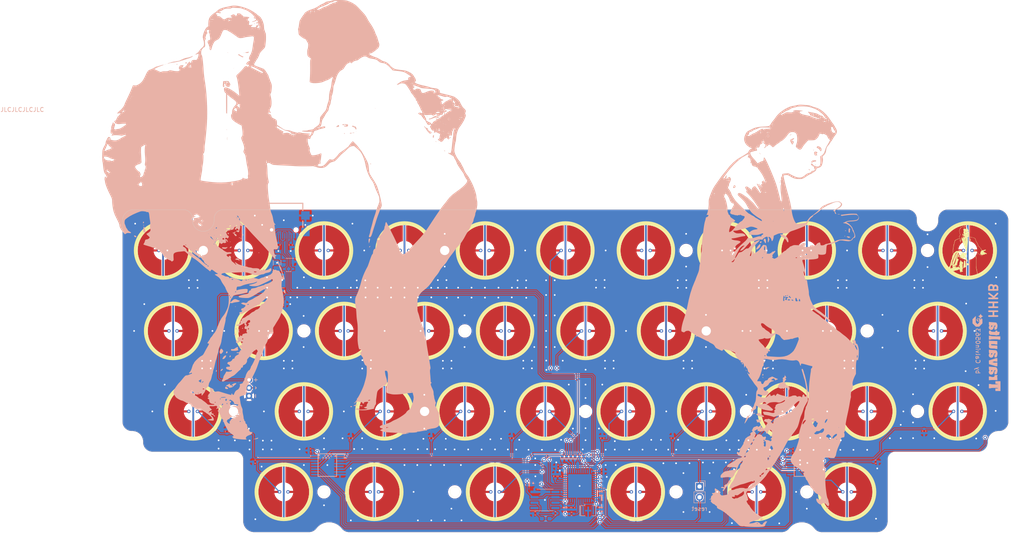
<source format=kicad_pcb>
(kicad_pcb (version 20240108) (generator "pcbnew") (generator_version "8.0")
  (layers (0 "F.Cu" signal) (1 "In1.Cu" signal) (2 "In2.Cu" signal) (31 "B.Cu" signal) (34 "B.Paste" user) (35 "F.Paste" user) (36 "B.SilkS" user "B.Silkscreen") (37 "F.SilkS" user "F.Silkscreen") (38 "B.Mask" user) (39 "F.Mask" user) (44 "Edge.Cuts" user))
  (net 0 "")
  (net 1 "GND")
  (net 2 "D-")
  (net 3 "D+")
  (net 4 "VCC")
  (net 5 "+5V")
  (net 6 "Net-(U1-VCAP1)")
  (net 7 "NRST")
  (net 8 "APLEX_OUT_PIN_0")
  (net 9 "ROW0")
  (net 10 "ROW1")
  (net 11 "Net-(JP1-B)")
  (net 12 "VBAT")
  (net 13 "BOOT1")
  (net 14 "COL0")
  (net 15 "COL1")
  (net 16 "COL2")
  (net 17 "COL3")
  (net 18 "COL4")
  (net 19 "COL5")
  (net 20 "COL6")
  (net 21 "COL7")
  (net 22 "COL8")
  (net 23 "COL9")
  (net 24 "ROW2")
  (net 25 "ROW3")
  (net 26 "Net-(U1-PB12)")
  (net 27 "Net-(U1-PB15)")
  (net 28 "Net-(U1-PA10)")
  (net 29 "XTAL0")
  (net 30 "XTAL1")
  (net 31 "Net-(U1-PB14)")
  (net 32 "Net-(U1-PB13)")
  (net 33 "Net-(USB1-CC1)")
  (net 34 "Net-(USB1-CC2)")
  (net 39 "SWDIO")
  (net 40 "SWCLK")
  (net 41 "ADC")
  (net 43 "AMUX_SEL_2")
  (net 44 "AMUX_SEL_1")
  (net 45 "AMUX_SEL_0")
  (net 46 "BOOT0")
  (net 47 "APLEX_EN_PIN_1")
  (net 48 "APLEX_EN_PIN_0")
  (net 51 "RGB")
  (net 63 "COL10")
  (footprint "cipulot_parts:ecs_pad_1U_no_ring" (layer "F.Cu") (at 211.1375 76.2)
    (property "Reference" "SW20")
    (property "Value" "EC_SW" (hide yes))
  )
  (footprint "cipulot_parts:HOLE_M2" (layer "F.Cu") (at 120.65 57.15)
    (property "Reference" "H2" (hide yes))
    (property "Value" "MountingHole" (hide yes))
  )
  (footprint "cipulot_parts:ecs_pad_1U_no_ring" (layer "F.Cu") (at 163.5125 95.25 180)
    (property "Reference" "SW27")
    (property "Value" "EC_SW" (hide yes))
  )
  (footprint "cipulot_parts:HOLE_M2" (layer "F.Cu") (at 153.9875 95.25)
    (property "Reference" "H11" (hide yes))
    (property "Value" "MountingHole" (hide yes))
  )
  (footprint "cipulot_parts:ecs_pad_1U_no_ring" (layer "F.Cu") (at 115.8875 76.2)
    (property "Reference" "SW15")
    (property "Value" "EC_SW" (hide yes))
  )
  (footprint "cipulot_parts:ecs_pad_1U_no_ring" (layer "F.Cu") (at 173.0375 76.2)
    (property "Reference" "SW18")
    (property "Value" "EC_SW" (hide yes))
  )
  (footprint "cipulot_parts:ecs_pad_1U_no_ring" (layer "F.Cu") (at 53.975 57.15)
    (property "Reference" "SW1")
    (property "Value" "EC_SW" (hide yes))
  )
  (footprint "cipulot_parts:ecs_pad_1U_no_ring" (layer "F.Cu") (at 206.375 57.15)
    (property "Reference" "SW9")
    (property "Value" "EC_SW" (hide yes))
  )
  (footprint "cipulot_parts:ecs_pad_1U_no_ring" (layer "F.Cu") (at 182.5625 95.25 180)
    (property "Reference" "SW28")
    (property "Value" "EC_SW" (hide yes))
  )
  (footprint "cipulot_parts:HOLE_M2" (layer "F.Cu") (at 63.5 57.15)
    (property "Reference" "H1" (hide yes))
    (property "Value" "MountingHole" (hide yes))
  )
  (footprint "Connector_PinHeader_1.27mm:PinHeader_1x03_P1.27mm_Vertical" (layer "F.Cu") (at 74.322402 90.946772 180)
    (property "Reference" "J1" (hide yes))
    (property "Value" "ARGB")
  )
  (footprint "cipulot_parts:ecs_pad_1U_no_ring" (layer "F.Cu") (at 111.125 57.15)
    (property "Reference" "SW4")
    (property "Value" "EC_SW" (hide yes))
  )
  (footprint "cipulot_parts:ecs_pad_1U_no_ring" (layer "F.Cu") (at 153.9875 76.2)
    (property "Reference" "SW17")
    (property "Value" "EC_SW" (hide yes))
  )
  (footprint "cipulot_parts:ecs_pad_1U_no_ring" (layer "F.Cu") (at 56.358 76.2)
    (property "Reference" "SW12")
    (property "Value" "EC_SW" (hide yes))
  )
  (footprint "cipulot_parts:ecs_pad_1U_no_ring" (layer "F.Cu") (at 87.3125 95.25 180)
    (property "Reference" "SW23")
    (property "Value" "EC_SW" (hide yes))
  )
  (footprint "cipulot_parts:ecs_pad_1U_no_ring" (layer "F.Cu") (at 132.555 114.3 180)
    (property "Reference" "SW34")
    (property "Value" "EC_SW" (hide yes))
  )
  (footprint "cipulot_parts:ecs_pad_1U_no_ring" (layer "F.Cu") (at 61.12 95.25)
    (property "Reference" "SW22")
    (property "Value" "EC_SW" (hide yes))
  )
  (footprint "cipulot_parts:ecs_pad_1U_no_ring" (layer "F.Cu") (at 134.9375 76.2)
    (property "Reference" "SW16")
    (property "Value" "EC_SW" (hide yes))
  )
  (footprint "cipulot_parts:ecs_pad_1U_no_ring" (layer "F.Cu") (at 96.8375 76.2)
    (property "Reference" "SW14")
    (property "Value" "EC_SW" (hide yes))
  )
  (footprint "cipulot_parts:HOLE_M2" (layer "F.Cu") (at 70.64375 95.25)
    (property "Reference" "H9" (hide yes))
    (property "Value" "MountingHole" (hide yes))
  )
  (footprint "cipulot_parts:ecs_pad_1U_no_ring" (layer "F.Cu") (at 168.275 57.15)
    (property "Reference" "SW7")
    (property "Value" "EC_SW" (hide yes))
  )
  (footprint "cipulot_parts:HOLE_M2" (layer "F.Cu") (at 232.56875 95.25)
    (property "Reference" "H13" (hide yes))
    (property "Value" "MountingHole" (hide yes))
  )
  (footprint "cipulot_parts:ecs_pad_1U_no_ring" (layer "F.Cu") (at 106.3625 95.25 180)
    (property "Reference" "SW24")
    (property "Value" "EC_SW" (hide yes))
  )
  (footprint "cipulot_parts:ecs_pad_1U_no_ring" (layer "F.Cu") (at 244.475 57.15)
    (property "Reference" "SW11")
    (property "Value" "EC_SW" (hide yes))
  )
  (footprint "cipulot_parts:HOLE_M2" (layer "F.Cu") (at 87.3125 76.2)
    (property "Reference" "H5" (hide yes))
    (property "Value" "MountingHole" (hide yes))
  )
  (footprint "cipulot_parts:ecs_pad_1U_no_ring" (layer "F.Cu") (at 242.095 95.25 180)
    (property "Reference" "SW31")
    (property "Value" "EC_SW" (hide yes))
  )
  (footprint "cipulot_parts:ecs_pad_1U_no_ring" (layer "F.Cu") (at 73.025 57.15)
    (property "Reference" "SW2")
    (property "Value" "EC_SW" (hide yes))
  )
  (footprint "LOGO" (layer "F.Cu") (at 244.475 57.15)
    (property "Reference" "G***" (hide yes))
    (property "Value" "LOGO" (hide yes))
  )
  (footprint "cipulot_parts:ecs_pad_1U_no_ring" (layer "F.Cu") (at 130.175 57.15)
    (property "Reference" "SW5")
    (property "Value" "EC_SW" (hide yes))
  )
  (footprint "cipulot_parts:ecs_pad_1U_no_ring" (layer "F.Cu") (at 187.325 57.15)
    (property "Reference" "SW8")
    (property "Value" "EC_SW" (hide yes))
  )
  (footprint "cipulot_parts:HOLE_M2" (layer "F.Cu") (at 115.8875 95.25)
    (property "Reference" "H10" (hide yes))
    (property "Value" "MountingHole" (hide yes))
  )
  (footprint "cipulot_parts:ecs_pad_1U_no_ring" (layer "F.Cu") (at 77.7875 76.2)
    (property "Reference" "SW13")
    (property "Value" "EC_SW" (hide yes))
  )
  (footprint "cipulot_parts:ecs_pad_1U_no_ring" (layer "F.Cu") (at 237.33 76.2 180)
    (property "Reference" "SW21")
    (property "Value" "EC_SW" (hide yes))
  )
  (footprint "cipulot_parts:HOLE_M2" (layer "F.Cu") (at 220.6625 76.2)
    (property "Reference" "H8" (hide yes))
    (property "Value" "MountingHole" (hide yes))
  )
  (footprint "cipulot_parts:HOLE_M2" (layer "F.Cu") (at 123.03125 114.3)
    (property "Reference" "H15" (hide yes))
    (property "Value" "MountingHole" (hide yes))
  )
  (footprint "cipulot_parts:HOLE_M2" (layer "F.Cu") (at 177.8 57.15)
    (property "Reference" "H3" (hide yes))
    (property "Value" "MountingHole" (hide yes))
  )
  (footprint "cipulot_parts:ecs_pad_1U_no_ring" (layer "F.Cu") (at 194.47 114.3 180)
    (property "Reference" "SW36")
    (property "Value" "EC_SW" (hide yes))
  )
  (footprint "cipulot_parts:ecs_pad_1U_no_ring" (layer "F.Cu") (at 165.892 114.3 180)
    (property "Reference" "SW35")
    (property "Value" "EC_SW" (hide yes))
  )
  (footprint "cipulot_parts:HOLE_M2" (layer "F.Cu") (at 206.375 114.3)
    (property "Reference" "H17" (hide yes))
    (property "Value" "MountingHole" (hide yes))
  )
  (footprint "cipulot_parts:ecs_pad_1U_no_ring" (layer "F.Cu") (at 125.4125 95.25 180)
    (property "Reference" "SW25")
    (property "Value" "EC_SW" (hide yes))
  )
  (footprint "cipulot_parts:ecs_pad_1U_no_ring" (layer "F.Cu") (at 103.98 114.3 180)
    (property "Reference" "SW33")
    (property "Value" "EC_SW" (hide yes))
  )
  (footprint "cipulot_parts:HOLE_M2" (layer "F.Cu") (at 234.95 57.15)
    (property "Reference" "H4" (hide yes))
    (property "Value" "MountingHole" (hide yes))
  )
  (footprint "cipulot_parts:ecs_pad_1U_no_ring" (layer "F.Cu") (at 82.55 114.3 180)
    (property "Reference" "SW32")
    (property "Value" "EC_SW" (hide yes))
  )
  (footprint "cipulot_parts:HOLE_M2" (layer "F.Cu") (at 125.4125 76.2)
    (property "Reference" "H6" (hide yes))
    (property "Value" "MountingHole" (hide yes))
  )
  (footprint "cipulot_parts:ecs_pad_1U_no_ring" (layer "F.Cu") (at 92.075 57.15)
    (property "Reference" "SW3")
    (property "Value" "EC_SW" (hide yes))
  )
  (footprint "cipulot_parts:ecs_pad_1U_no_ring" (layer "F.Cu") (at 144.4625 95.25 180)
    (property "Reference" "SW26")
    (property "Value" "EC_SW" (hide yes))
  )
  (footprint "cipulot_parts:HOLE_M2" (layer "F.Cu") (at 175.41875 114.3)
    (property "Reference" "H16" (hide yes))
    (property "Value" "MountingHole" (hide yes))
  )
  (footprint "cipulot_parts:HOLE_M2" (layer "F.Cu") (at 192.0875 95.25)
    (property "Reference" "H12" (hide yes))
    (property "Value" "MountingHole" (hide yes))
  )
  (footprint "cipulot_parts:ecs_pad_1U_no_ring" (layer "F.Cu") (at 149.225 57.15)
    (property "Reference" "SW6")
    (property "Value" "EC_SW" (hide yes))
  )
  (footprint "cipulot_parts:ecs_pad_1U_no_ring" (layer "F.Cu") (at 220.6625 95.25 180)
    (property "Reference" "SW30")
    (property "Value" "EC_SW" (hide yes))
  )
  (footprint "cipulot_parts:ecs_pad_1U_no_ring" (layer "F.Cu") (at 201.6125 95.25 180)
    (property "Reference" "SW29")
    (property "Value" "EC_SW" (hide yes))
  )
  (footprint "cipulot_parts:ecs_pad_1U_no_ring" (layer "F.Cu") (at 215.9 114.3 180)
    (property "Reference" "SW37")
    (property "Value" "EC_SW" (hide yes))
  )
  (footprint "cipulot_parts:ecs_pad_1U_no_ring" (layer "F.Cu") (at 225.425 57.15)
    (property "Reference" "SW10")
    (property "Value" "EC_SW" (hide yes))
  )
  (footprint "cipulot_parts:HOLE_M2" (layer "F.Cu") (at 182.5625 76.2)
    (property "Reference" "H7" (hide yes))
    (property "Value" "MountingHole" (hide yes))
  )
  (footprint "cipulot_parts:HOLE_M2" (layer "F.Cu") (at 92.075 114.3)
    (property "Reference" "H14" (hide yes))
    (property "Value" "MountingHole" (hide yes))
  )
  (footprint "cipulot_parts:ecs_pad_1U_no_ring" (layer "F.Cu") (at 192.0875 76.2)
    (property "Reference" "SW19")
    (property "Value" "EC_SW" (hide yes))
  )
  (footprint "Crystal:Resonator_SMD_Murata_CSTxExxV-3Pin_3.0x1.1mm" (layer "B.Cu") (at 154.616 118.745)
    (property "Reference" "Y1" (hide yes))
    (property "Value" "8 MHz")
  )
  (footprint "Capacitor_SMD:C_0402_1005Metric" (layer "B.Cu") (at 147.504 108.331 180)
    (property "Reference" "C7" (hide yes))
    (property "Value" "100n")
  )
  (footprint "Capacitor_SMD:C_0402_1005Metric" (layer "B.Cu") (at 203.089436 104.534305)
    (property "Reference" "C12" (hide yes))
    (property "Value" "100n")
  )
  (footprint "Capacitor_SMD:C_0402_1005Metric" (layer "B.Cu") (at 149.031 118.02 -90)
    (property "Reference" "C15" (hide yes))
    (property "Value" "100n")
  )
  (footprint "LOGO" (layer "B.Cu") (at 69.85 50.8 180)
    (property "Reference" "G***" (hide yes))
    (property "Value" "LOGO" (hide yes))
  )
  (footprint "Package_SO:SOIC-8_3.9x4.9mm_P1.27mm" (layer "B.Cu") (at 144.374097 116.215501)
    (property "Reference" "U5" (hide yes))
    (property "Value" "OPA350")
  )
  (footprint "Resistor_SMD:R_0402_1005Metric" (layer "B.Cu") (at 146.84375 110.617 -90)
    (property "Reference" "R7" (hide yes))
    (property "Value" "10k")
  )
  (footprint "Resistor_SMD:R_0402_1005Metric" (layer "B.Cu") (at 98.425 101.6 90)
    (property "Reference" "R11" (hide yes))
    (property "Value" "100k")
  )
  (footprint "Resistor_SMD:R_0402_1005Metric" (layer "B.Cu") (at 151.511 106.387 -90)
    (property "Reference" "R2" (hide yes))
    (property "Value" "100")
  )
  (footprint "Capacitor_SMD:C_0402_1005Metric" (layer "B.Cu") (at 157.791 115.663994)
    (property "Reference" "C9" (hide yes))
    (property "Value" "100n")
  )
  (footprint "Resistor_SMD:R_0402_1005Metric" (layer "B.Cu") (at 153.035 105.918)
    (property "Reference" "R4" (hide yes))
    (property "Value" "100k")
  )
  (footprint "Package_DFN_QFN:QFN-48-1EP_7x7mm_P0.5mm_EP5.6x5.6mm" (layer "B.Cu") (at 152.654 112.903 90)
    (property "Reference" "U1" (hide yes))
    (property "Value" "STM32F401CBUx")
  )
  (footprint "Resistor_SMD:R_0402_1005Metric" (layer "B.Cu") (at 157.95625 101.6 90)
    (property "Reference" "R12" (hide yes))
    (property "Value" "100k")
  )
  (footprint "Resistor_SMD:R_0402_1005Metric" (layer "B.Cu") (at 69.088 100.0125 90)
    (property "Reference" "R15" (hide yes))
    (property "Value" "100k")
  )
  (footprint "Capacitor_SMD:C_0402_1005Metric" (layer "B.Cu") (at 151.063 118.02 -90)
    (property "Reference" "C11" (hide yes))
    (property "Value" "1u")
  )
  (footprint "Resistor_SMD:R_0402_1005Metric" (layer "B.Cu") (at 75.795148 107.15625 180)
    (property "Reference" "R13" (hide yes))
    (property "Value" "100k")
  )
  (footprint "Capacitor_SMD:C_0402_1005Metric" (layer "B.Cu") (at 157.791 109.474)
    (property "Reference" "C8" (hide yes))
    (property "Value" "100n")
  )
  (footprint "Resistor_SMD:R_0402_1005Metric" (layer "B.Cu") (at 174.625 101.6 90)
    (property "Reference" "R10" (hide yes))
    (property "Value" "100k")
  )
  (footprint "cipulot_parts:TSSOP16" (layer "B.Cu") (at 205.58125 107.95 -90)
    (property "Reference" "U3")
    (property "Value" "74HC4051")
  )
  (footprint "Resistor_SMD:R_0402_1005Metric" (layer "B.Cu") (at 148.463 106.387 90)
    (property "Reference" "R1" (hide yes))
    (property "Value" "100")
  )
  (footprint "Resistor_SMD:R_0402_1005Metric" (layer "B.Cu") (at 234.15625 99.887387 -90)
    (property "Reference" "R16" (hide yes))
    (property "Value" "100k")
  )
  (footprint "Capacitor_SMD:C_0402_1005Metric" (layer "B.Cu") (at 140.6525 112.7125 180)
    (property "Reference" "C14" (hide yes))
    (property "Value" "220p")
  )
  (footprint "LOGO" (layer "B.Cu") (at 250.825 82.55 90)
    (property "Reference" "G***" (hide yes))
    (property "Value" "LOGO" (hide yes))
  )
  (footprint "Resistor_SMD:R_0402_1005Metric" (layer "B.Cu") (at 149.479 106.387 90)
    (property "Reference" "R9" (hide yes))
    (property "Value" "100")
  )
  (footprint "Capacitor_SMD:C_0402_1005Metric" (layer "B.Cu") (at 88.9 104.48582 180)
    (property "Reference" "C13" (hide yes))
    (property "Value" "100n")
  )
  (footprint "Resistor_SMD:R_0402_1005Metric" (layer "B.Cu") (at 146.842687 119.390501)
    (property "Reference" "R21" (hide yes))
    (property "Value" "100k")
  )
  (footprint "Capacitor_SMD:C_0402_1005Metric" (layer "B.Cu") (at 82.423 69.85)
    (property "Reference" "C5" (hide yes))
    (property "Value" "1u")
  )
  (footprint "Resistor_SMD:R_0402_1005Metric" (layer "B.Cu") (at 193.675 101.6 90)
    (property "Reference" "R20" (hide yes))
    (property "Value" "100k")
  )
  (footprint "Resistor_SMD:R_0402_1005Metric" (layer "B.Cu") (at 142.082312 119.390501 180)
    (property "Reference" "R23" (hide yes))
    (property "Value" "1k")
  )
  (footprint "Resistor_SMD:R_0402_1005Metric" (layer "B.Cu") (at 208.548088 112.068447 -90)
    (property "Reference" "R14" (hide yes))
    (property "Value" "100k")
  )
  (footprint "Resistor_SMD:R_0402_1005Metric" (layer "B.Cu") (at 150.679 119.507)
    (property "Reference" "R6" (hide yes))
    (property "Value" "10k")
  )
  (footprint "Fuse:Fuse_1206_3216Metric" (layer "B.Cu") (at 80.9625 60.071 -90)
    (property "Reference" "F_USBC1" (hide yes))
    (property "Value" "500mA")
  )
  (footprint "LOGO" (layer "B.Cu") (at 246.85625 73.81875 90)
    (property "Reference" "G***" (hide yes))
    (property "Value" "LOGO" (hide yes))
  )
  (footprint "Package_TO_SOT_SMD:SOT-143" (layer "B.Cu") (at 83.693 60.579 180)
    (property "Reference" "D1" (hide yes))
    (property "Value" "PRTR5V0U2X")
  )
  (footprint "Resistor_SMD:R_0402_1005Metric" (layer "B.Cu") (at 81.28 55.84625 90)
    (property "Reference" "R18" (hide yes))
    (property "Value" "5.1k")
  )
  (footprint "Resistor_SMD:R_0402_1005Metric" (layer "B.Cu") (at 157.41 114.173 -90)
    (property "Reference" "R3" (hide yes))
    (property "Value" "10k")
  )
  (footprint "Resistor_SMD:R_0402_1005Metric" (layer "B.Cu") (at 150.495 106.387 -90)
    (property "Reference" "R8" (hide yes))
    (property "Value" "100")
  )
  (footprint "Resistor_SMD:R_0402_1005Metric" (layer "B.Cu") (at 222.656885 107.164145)
    (property "Reference" "R5" (hide yes))
    (property "Value" "100k")
  )
  (footprint "Capacitor_SMD:C_0402_1005Metric" (layer "B.Cu") (at 147.885 110.617 90)
    (property "Reference" "C1" (hide yes))
    (property "Value" "4.7u")
  )
  (footprint "Capacitor_SMD:C_0402_1005Metric" (layer "B.Cu") (at 81.407 62.865)
    (property "Reference" "C4" (hide yes))
    (property "Value" "1u")
  )
  (footprint "cipulot_parts:TSSOP16" (layer "B.Cu") (at 92.86875 107.95 -90)
    (property "Reference" "U4")
    (property "Value" "74HC4051")
  )
  (footprint "Connector_PinHeader_2.54mm:PinHeader_1x02_P2.54mm_Vertical" (layer "B.Cu") (at 180.975 113.025 180)
    (property "Reference" "SW38" (hide yes))
    (property "Value" "BOOT0")
  )
  (footprint "Capacitor_SMD:C_0402_1005Metric" (layer "B.Cu") (at 157.41 117.983 -90)
    (property "Reference" "C6" (hide yes))
    (property "Value" "100n")
  )
  (footprint "Package_TO_SOT_SMD:SOT-23" (layer "B.Cu") (at 81.026 67.564 180)
    (property "Reference" "U2" (hide yes))
    (property "Value" "XC6206PxxxMR")
  )
  (footprint "LOGO" (layer "B.Cu") (at 197.679332 72.773321 180)
    (property "Reference" "G***" (hide yes))
    (property "Value" "LOGO" (hide yes))
  )
  (footprint "Resistor_SMD:R_0603_1608Metric_Pad0.98x0.95mm_HandSolder" (layer "B.Cu") (at 144.54984 120.65 180)
    (property "Reference" "JP1" (hide yes))
    (property "Value" "Ext_Res")
  )
  (footprint "cipulot_parts:TYPEC-304YSSW-ACP16" (layer "B.Cu") (at 82.55 45.98125)
    (property "Reference" "USB1" (hide yes))
    (property "Value" "TYPEC-304YSSW-ACP16")
  )
  (footprint "Resistor_SMD:R_0402_1005Metric" (layer "B.Cu") (at 136.525 101.6 90)
    (property "Reference" "R19" (hide yes))
    (property "Value" "100k")
  )
  (footprint "LOGO" (layer "B.Cu") (at 98.425 49.2125 180)
    (property "Reference" "G***" (hide yes))
    (property "Value" "LOGO" (hide yes))
  )
  (footprint "Resistor_SMD:R_0402_1005Metric" (layer "B.Cu") (at 84.201 55.84625 -90)
    (property "Reference" "R24" (hide yes))
    (property "Value" "5.1k")
  )
  (footprint "Capacitor_SMD:C_0402_1005Metric" (layer "B.Cu") (at 150.047 118.02 -90)
    (property "Reference" "C10" (hide yes))
    (property "Value" "100n")
  )
  (footprint "Resistor_SMD:R_0402_1005Metric" (layer "B.Cu") (at 117.475 101.6 90)
    (property "Reference" "R17" (hide yes))
    (property "Value" "100k")
  )
  (gr_arc (start 237.500001 49.675) (mid 238.144372 48.119371) (end 239.7 47.475001) (stroke (width 0.05)) (layer "Edge.Cuts"))
  (gr_line (start 85.470568 47.474999) (end 79.640568 47.474999) (stroke (width 0.05)) (layer "Edge.Cuts"))
  (gr_arc (start 90.257292 122.969097) (mid 93.265625 121.49072) (end 96.273958 122.969097) (stroke (width 0.05)) (layer "Edge.Cuts"))
  (gr_line (start 72.95 106.575) (end 72.95 121.224999) (stroke (width 0.05)) (layer "Edge.Cuts"))
  (gr_line (start 98.015625 123.825) (end 200.434375 123.825) (stroke (width 0.05)) (layer "Edge.Cuts"))
  (gr_line (start 251.474999 47.474999) (end 239.7 47.475001) (stroke (width 0.05)) (layer "Edge.Cuts"))
  (gr_line (start 46.575 99.884) (end 46.716 99.884) (stroke (width 0.05)) (layer "Edge.Cuts"))
  (gr_arc (start 66.05 49.675) (mid 66.694371 48.119372) (end 68.249999 47.474999) (stroke (width 0.05)) (layer "Edge.Cuts"))
  (gr_line (start 209.934375 123.825) (end 222.9 123.825) (stroke (width 0.05)) (layer "Edge.Cuts"))
  (gr_arc (start 202.176041 122.969097) (mid 205.184375 121.490719) (end 208.192708 122.969097) (stroke (width 0.05)) (layer "Edge.Cuts"))
  (gr_arc (start 230.200001 47.474999) (mid 231.755646 48.119357) (end 232.4 49.675) (stroke (width 0.05)) (layer "Edge.Cuts"))
  (gr_arc (start 66.05 50.075) (mid 63.499999 52.624976) (end 60.949999 50.074999) (stroke (width 0.05)) (layer "Edge.Cuts"))
  (gr_line (start 225.5 121.224999) (end 225.5 106.575) (stroke (width 0.05)) (layer "Edge.Cuts"))
  (gr_line (start 249.184374 102.574999) (end 249.184374 102.433999) (stroke (width 0.05)) (layer "Edge.Cuts"))
  (gr_line (start 58.75 47.475001) (end 46.975 47.474999) (stroke (width 0.05)) (layer "Edge.Cuts"))
  (gr_arc (start 249.184374 102.574999) (mid 248.54 104.130605) (end 246.984375 104.774998) (stroke (width 0.05)) (layer "Edge.Cuts"))
  (gr_arc (start 71.150001 104.774999) (mid 72.422802 105.302199) (end 72.95 106.575) (stroke (width 0.05)) (layer "Edge.Cuts"))
  (gr_line (start 232.4 50.075) (end 232.4 49.675) (stroke (width 0.05)) (layer "Edge.Cuts"))
  (gr_arc (start 202.176041 122.969097) (mid 201.404683 123.599469) (end 200.434375 123.825) (stroke (width 0.05)) (layer "Edge.Cuts"))
  (gr_line (start 254.075 97.684) (end 254.075 50.075) (stroke (width 0.05)) (layer "Edge.Cuts"))
  (gr_line (start 60.949999 50.074999) (end 60.949999 49.675) (stroke (width 0.05)) (layer "Edge.Cuts"))
  (gr_line (start 227.299999 104.774999) (end 246.984375 104.774998) (stroke (width 0.05)) (layer "Edge.Cuts"))
  (gr_line (start 230.200001 47.474999) (end 85.470568 47.474999) (stroke (width 0.05)) (layer "Edge.Cuts"))
  (gr_arc (start 225.5 106.575) (mid 226.027214 105.302214) (end 227.299999 104.774999) (stroke (width 0.05)) (layer "Edge.Cuts"))
  (gr_arc (start 225.5 121.224999) (mid 224.738484 123.063483) (end 222.9 123.825) (stroke (width 0.05)) (layer "Edge.Cuts"))
  (gr_arc (start 90.257292 122.969097) (mid 89.485929 123.599459) (end 88.515625 123.825) (stroke (width 0.05)) (layer "Edge.Cuts"))
  (gr_arc (start 46.716 99.884) (mid 48.519131 100.630869) (end 49.266 102.433999) (stroke (width 0.05)) (layer "Edge.Cuts"))
  (gr_line (start 79.640568 47.474999) (end 68.249999 47.474999) (stroke (width 0.05)) (layer "Edge.Cuts"))
  (gr_arc (start 251.474999 47.474999) (mid 253.313488 48.236514) (end 254.075 50.075) (stroke (width 0.05)) (layer "Edge.Cuts"))
  (gr_line (start 75.55 123.825) (end 88.515625 123.825) (stroke (width 0.05)) (layer "Edge.Cuts"))
  (gr_arc (start 44.375 50.075) (mid 45.136508 48.236507) (end 46.975 47.474999) (stroke (width 0.05)) (layer "Edge.Cuts"))
  (gr_arc (start 237.500001 50.074999) (mid 234.950005 52.624958) (end 232.4 50.075) (stroke (width 0.05)) (layer "Edge.Cuts"))
  (gr_line (start 44.375 50.075) (end 44.375 97.684) (stroke (width 0.05)) (layer "Edge.Cuts"))
  (gr_arc (start 209.934375 123.825) (mid 208.964047 123.599508) (end 208.192708 122.969097) (stroke (width 0.05)) (layer "Edge.Cuts"))
  (gr_arc (start 75.55 123.825) (mid 73.711531 123.063469) (end 72.95 121.224999) (stroke (width 0.05)) (layer "Edge.Cuts"))
  (gr_arc (start 254.075 97.684) (mid 253.430641 99.23964) (end 251.875 99.884) (stroke (width 0.05)) (layer "Edge.Cuts"))
  (gr_arc (start 98.015625 123.825) (mid 97.045319 123.599465) (end 96.273958 122.969097) (stroke (width 0.05)) (layer "Edge.Cuts"))
  (gr_line (start 251.734375 99.884) (end 251.875 99.884) (stroke (width 0.05)) (layer "Edge.Cuts"))
  (gr_arc (start 51.466 104.774999) (mid 49.910375 104.130625) (end 49.266 102.575) (stroke (width 0.05)) (layer "Edge.Cuts"))
  (gr_line (start 66.05 49.675) (end 66.05 50.075) (stroke (width 0.05)) (layer "Edge.Cuts"))
  (gr_arc (start 58.75 47.475001) (mid 60.305643 48.119357) (end 60.949999 49.675) (stroke (width 0.05)) (layer "Edge.Cuts"))
  (gr_line (start 237.500001 49.675) (end 237.500001 50.074999) (stroke (width 0.05)) (layer "Edge.Cuts"))
  (gr_line (start 49.266 102.433999) (end 49.266 102.575) (stroke (width 0.05)) (layer "Edge.Cuts"))
  (gr_arc (start 46.575 99.884) (mid 45.019374 99.239626) (end 44.375 97.684) (stroke (width 0.05)) (layer "Edge.Cuts"))
  (gr_line (start 51.466 104.774999) (end 71.150001 104.774999) (stroke (width 0.05)) (layer "Edge.Cuts"))
  (gr_arc (start 249.184374 102.433999) (mid 249.931233 100.630857) (end 251.734375 99.884) (stroke (width 0.05)) (layer "Edge.Cuts"))
  (gr_text "JLCJLCJLCJLC" (at 20.6375 23.8125 0) (layer "B.SilkS") (effects (font (size 1 1))))
  (gr_text "HHKB" (at 249.2375 69.05625 270) (layer "B.SilkS") (effects (font (size 2 2) (thickness 0.4) (bold yes)) (justify bottom mirror)))
  (gr_text "^" (at 75.312939 89.675193 -90) (layer "B.SilkS") (effects (font (size 1.2 1.2) (thickness 0.2) (bold yes)) (justify mirror)))
  (gr_text "reset" (at 180.975 118.26875 0) (layer "B.SilkS") (effects (font (size 1 1)) (justify mirror)))
  (gr_text "-" (at 75.966422 91.596994 -90) (layer "B.SilkS") (effects (font (size 1 1)) (justify mirror)))
  (gr_text "by Calvin0563\n" (at 246.85625 80.9625 270) (layer "B.SilkS") (effects (font (size 1 1)) (justify mirror)))
  (gr_text "+" (at 75.995619 87.772158 -90) (layer "B.SilkS") (effects (font (size 1 1)) (justify mirror)))
  (segment (start 84.188822 57.277) (end 84.198075 57.286253) (width 0.25) (layer "F.Cu") (net 1))
  (segment (start 81.28 57.277) (end 84.188822 57.277) (width 0.25) (layer "F.Cu") (net 1))
  (via (at 114.3 68.278054) (size 0.8) (drill 0.4) (layers "F.Cu" "B.Cu") (net 1))
  (via (at 135.597207 104.261223) (size 0.8) (drill 0.4) (layers "F.Cu" "B.Cu") (net 1))
  (via (at 74.45745 102.146851) (size 0.8) (drill 0.4) (layers "F.Cu" "B.Cu") (net 1))
  (via (at 151.003 99.314) (size 0.8) (drill 0.4) (layers "F.Cu" "B.Cu") (net 1))
  (via (at 111.125 107.95) (size 0.8) (drill 0.4) (layers "F.Cu" "B.Cu") (net 1))
  (via (at 96.46371 101.616045) (size 0.8) (drill 0.4) (layers "F.Cu" "B.Cu") (net 1))
  (via (at 153.9875 92.075) (size 0.8) (drill 0.4) (layers "F.Cu" "B.Cu") (net 1))
  (via (at 177.165 109.855) (size 0.8) (drill 0.4) (layers "F.Cu" "B.Cu") (net 1))
  (via (at 81.28 57.277) (size 0.8) (drill 0.4) (layers "F.Cu" "B.Cu") (net 1))
  (via (at 79.634279 102.166606) (size 0.8) (drill 0.4) (layers "F.Cu" "B.Cu") (net 1))
  (via (at 153.988003 102.068356) (size 0.8) (drill 0.4) (layers "F.Cu" "B.Cu") (net 1))
  (via (at 82.55 49.999) (size 0.8) (drill 0.4) (layers "F.Cu" "B.Cu") (net 1))
  (via (at 177.176938 83.255788) (size 0.8) (drill 0.4) (layers "F.Cu" "B.Cu") (net 1))
  (via (at 183.35625 119.0625) (size 0.8) (drill 0.4) (layers "F.Cu" "B.Cu") (net 1))
  (via (at 87.249 80.01) (size 0.8) (drill 0.4) (layers "F.Cu" "B.Cu") (net 1))
  (via (at 117.475 68.2625) (size 0.8) (drill 0.4) (layers "F.Cu" "B.Cu") (net 1))
  (via (at 47.117 76.2) (size 0.8) (drill 0.4) (layers "F.Cu" "B.Cu") (net 1))
  (via (at 131.445 101.854) (size 0.8) (drill 0.4) (layers "F.Cu" "B.Cu") (net 1))
  (via (at 207.9625 104.366597) (size 0.8) (drill 0.4) (layers "F.Cu" "B.Cu") (net 1))
  (via (at 103.1875 83.125992) (size 0.8) (drill 0.4) (layers "F.Cu" "B.Cu") (net 1))
  (via (at 226.028066 101.6) (size 0.8) (drill 0.4) (layers "F.Cu" "B.Cu") (net 1))
  (via (at 119.027099 64.169317) (size 0.8) (drill 0.4) (layers "F.Cu" "B.Cu") (net 1))
  (via (at 77.43 51.094) (size 0.8) (drill 0.4) (layers "F.Cu" "B.Cu") (net 1))
  (via (at 178.59375 104.324688) (size 0.8) (drill 0.4) (layers "F.Cu" "B.Cu") (net 1))
  (via (at 175.451935 104.317849) (size 0.8) (drill 0.4) (layers "F.Cu" "B.Cu") (net 1))
  (via (at 231.534211 101.576668) (size 0.8) (drill 0.4) (layers "F.Cu" "B.Cu") (net 1))
  (via (at 84.198075 57.286253) (size 0.8) (drill 0.4) (layers "F.Cu" "B.Cu") (net 1))
  (via (at 107.95 68.278054) (size 0.8) (drill 0.4) (layers "F.Cu" "B.Cu") (net 1))
  (via (at 137.577839 104.298443) (size 0.8) (drill 0.4) (layers "F.Cu" "B.Cu") (net 1))
  (via (at 182.499 80.01) (size 0.8) (drill 0.4) (layers "F.Cu" "B.Cu") (net 1))
  (via (at 92.075 117.475) (size 0.8) (drill 0.4) (layers "F.Cu" "B.Cu") (net 1))
  (via (at 117.445381 65.971118) (size 0.8) (drill 0.4) (layers "F.Cu" "B.Cu") (net 1))
  (via (at 117.475491 121.047612) (size 0.8) (drill 0.4) (layers "F.Cu" "B.Cu") (net 1))
  (via (at 65.244068 83.266471) (size 0.8) (drill 0.4) (layers "F.Cu" "B.Cu") (net 1))
  (via (at 113.284 114.3) (size 0.8) (drill 0.4) (layers "F.Cu" "B.Cu") (net 1))
  (via (at 171.831 101.981) (size 0.8) (drill 0.4) (layers "F.Cu" "B.Cu") (net 1))
  (via (at 120.215418 83.268437) (size 0.8) (drill 0.4) (layers "F.Cu" "B.Cu") (net 1))
  (via (at 156.464799 64.146969) (size 0.8) (drill 0.4) (layers "F.Cu" "B.Cu") (net 1))
  (via (at 144.653 76.2) (size 0.8) (drill 0.4) (layers "F.Cu" "B.Cu") (net 1))
  (via (at 233.867827 64.186346) (size 0.8) (drill 0.4) (layers "F.Cu" "B.Cu") (net 1))
  (via (at 158.602637 85.060062) (size 0.8) (drill 0.4) (layers "F.Cu" "B.Cu") (net 1))
  (via (at 144.68858 83.212362) (size 0.8) (drill 0.4) (layers "F.Cu" "B.Cu") (net 1))
  (via (at 88.926415 65.964205) (size 0.8) (drill 0.4) (layers "F.Cu" "B.Cu") (net 1))
  (via (at 142.113 110.617) (size 0.8) (drill 0.4) (layers "F.Cu" "B.Cu") (net 1))
  (via (at 213.75872 65.997413) (size 0.8) (drill 0.4) (layers "F.Cu" "B.Cu") (net 1))
  (via (at 194.539821 104.317849) (size 0.8) (drill 0.4) (layers "F.Cu" "B.Cu") (net 1))
  (via (at 175.816362 65.997905) (size 0.8) (drill 0.4) (layers "F.Cu" "B.Cu") (net 1))
  (via (at 214.425221 102.091428) (size 0.8) (drill 0.4) (layers "F.Cu" "B.Cu") (net 1))
  (via (at 101.1555 83.125992) (size 0.8) (drill 0.4) (layers "F.Cu" "B.Cu") (net 1))
  (via (at 75.819 120.777) (size 0.8) (drill 0.4) (layers "F.Cu" "B.Cu") (net 1))
  (via (at 215.272292 83.233441) (size 0.8) (drill 0.4) (layers "F.Cu" "B.Cu") (net 1))
  (via (at 173.101 95.25) (size 0.8) (drill 0.4) (layers "F.Cu" "B.Cu") (net 1))
  (via (at 141.859 80.01) (size 0.8) (drill 0.4) (layers "F.Cu" "B.Cu") (net 1))
  (via (at 121.059099 64.169317) (size 0.8) (drill 0.4) (layers "F.Cu" "B.Cu") (net 1))
  (via (at 152.584 112.903) (size 0.8) (drill 0.4) (layers "F.Cu" "B.Cu") (net 1))
  (via (at 144.374097 116.215501) (size 0.8) (drill 0.4) (layers "F.Cu" "B.Cu") (net 1))
  (via (at 158.75307 104.320989) (size 0.8) (drill 0.4) (layers "F.Cu" "B.Cu") (net 1))
  (via (at 137.901311 64.231533) (size 0.8) (drill 0.4) (layers "F.Cu" "B.Cu") (net 1))
  (via (at 47.371 50.8) (size 0.8) (drill 0.4) (layers "F.Cu" "B.Cu") (net 1))
  (via (at 121.095883 65.974574) (size 0.8) (drill 0.4) (layers "F.Cu" "B.Cu") (net 1))
  (via (at 192.539949 102.088341) (size 0.8) (drill 0.4) (layers "F.Cu" "B.Cu") (net 1))
  (via (at 82.558981 83.268437) (size 0.8) (drill 0.4) (layers "F.Cu" "B.Cu") (net 1))
  (via (at 234.95 61.087) (size 0.8) (drill 0.4) (layers "F.Cu" "B.Cu") (net 1))
  (via (at 60.075298 64.17623) (size 0.8) (drill 0.4) (layers "F.Cu" "B.Cu") (net 1))
  (via (at 160.918079 102.299291) (size 0.8) (drill 0.4) (layers "F.Cu" "B.Cu") (net 1))
  (via (at 177.839421 64.193631) (size 0.8) (drill 0.4) (layers "F.Cu" "B.Cu") (net 1))
  (via (at 139.7 57.15) (size 0.8) (drill 0.4) (layers "F.Cu" "B.Cu") (net 1))
  (via (at 99.867728 65.952852) (size 0.8) (drill 0.4) (layers "F.Cu" "B.Cu") (net 1))
  (via (at 88.9 68.2625) (size 0.8) (drill 0.4) (layers "F.Cu" "B.Cu") (net 1))
  (via (at 215.781779 64.193139) (size 0.8) (drill 0.4) (layers "F.Cu" "B.Cu") (net 1))
  (via (at 154.003054 85.382318) (size 0.8) (drill 0.4) (layers "F.Cu" "B.Cu") (net 1))
  (via (at 190.232918 104.29345) (size 0.8) (drill 0.4) (layers "F.Cu" "B.Cu") (net 1))
  (via (at 122.2375 118.26875) (size 0.8) (drill 0.4) (layers "F.Cu" "B.Cu") (net 1))
  (via (at 120.650491 121.047612) (size 0.8) (drill 0.4) (layers "F.Cu" "B.Cu") (net 1))
  (via (at 158.75 57.15) (size 0.8) (drill 0.4) (layers "F.Cu" "B.Cu") (net 1))
  (via (at 139.262558 85.04938) (size 0.8) (drill 0.4) (layers "F.Cu" "B.Cu") (net 1))
  (via (at 99.815881 64.231533) (size 0.8) (drill 0.4) (layers "F.Cu" "B.Cu") (net 1))
  (via (at 111.125 65.960003) (size 0.8) (drill 0.4) (layers "F.Cu" "B.Cu") (net 1))
  (via (at 141.294558 85.04938) (size 0.8) (drill 0.4) (layers "F.Cu" "B.Cu") (net 1))
  (via (at 142.08125 106.3625) (size 0.8) (drill 0.4) (layers "F.Cu" "B.Cu") (net 1))
  (via (at 142.08125 107.95) (size 0.8) (drill 0.4) (layers "F.Cu" "B.Cu") (net 1))
  (via (at 197.035308 64.193631) (size 0.8) (drill 0.4) (layers "F.Cu" "B.Cu") (net 1))
  (via (at 122.986934 104.249644) (size 0.8) (drill 0.4) (layers "F.Cu" "B.Cu") (net 1))
  (via (at 63.212068 83.266471) (size 0.8) (drill 0.4) (layers "F.Cu" "B.Cu") (net 1))
  (via (at 215.9 57.15) (size 0.8) (drill 0.4) (layers "F.Cu" "B.Cu") (net 1))
  (via (at 187.325 102.108) (size 0.8) (drill 0.4) (layers "F.Cu" "B.Cu") (net 1))
  (via (at 197.044249 65.997905) (size 0.8) (drill 0.4) (layers "F.Cu" "B.Cu") (net 1))
  (via (at 117.331079 107.95) (size 0.8) (drill 0.4) (layers "F.Cu" "B.Cu") (net 1))
  (via (at 114.272348 65.964205) (size 0.8) (drill 0.4) (layers "F.Cu" "B.Cu") (net 1))
  (via (at 196.85 57.15) (size 0.8) (drill 0.4) (layers "F.Cu" "B.Cu") (net 1))
  (via (at 106.426 76.2) (size 0.8) (drill 0.4) (layers "F.Cu" "B.Cu") (net 1))
  (via (at 98.422526 65.950379) (size 0.8) (drill 0.4) (layers "F.Cu" "B.Cu") (net 1))
  (via (at 123.825 65.951243) (size 0.8) (drill 0.4) (layers "F.Cu" "B.Cu") (net 1))
  (via (at 92.86875 107.95) (size 0.8) (drill 0.4) (layers "F.Cu" "B.Cu") (net 1))
  (via (at 86.28888 104.214561) (size 0.8) (drill 0.4) (layers "F.Cu" "B.Cu") (net 1))
  (via (at 65.253009 85.070745) (size 0.8) (drill 0.4) (layers "F.Cu" "B.Cu") (net 1))
  (via (at 231.512224 97.872127) (size 0.8) (drill 0.4) (layers "F.Cu" "B.Cu") (net 1))
  (via (at 120.506079 107.95) (size 0.8) (drill 0.4) (layers "F.Cu" "B.Cu") (net 1))
  (via (at 144.716101 85.427602) (size 0.8) (drill 0.4) (layers "F.Cu" "B.Cu") (net 1))
  (via (at 143.66875 104.344178) (size 0.8) (drill 0.4) (layers "F.Cu" "B.Cu") (net 1))
  (via (at 92.075 104.154757) (size 0.8) (drill 0.4) (layers "F.Cu" "B.Cu") (net 1))
  (via (at 206.505152 107.452269) (size 0.8) (drill 0.4) (layers "F.Cu" "B.Cu") (net 1))
  (via (at 159.004 110.744) (size 0.8) (drill 0.4) (layers "F.Cu" "B.Cu") (net 1))
  (via (at 209.55 101.508785) (size 0.8) (drill 0.4) (layers "F.Cu" "B.Cu") (net 1))
  (via (at 138.303 101.981) (size 0.8) (drill 0.4) (layers "F.Cu" "B.Cu") (net 1))
  (via (at 120.904 101.727) (size 0.8) (drill 0.4) (layers "F.Cu" "B.Cu") (net 1))
  (via (at 78.607665 65.964205) (size 0.8) (drill 0.4) (layers "F.Cu" "B.Cu") (net 1))
  (via (at 144.653 72.517) (size 0.8) (drill 0.4) (layers "F.Cu" "B.Cu") (net 1))
  (via (at 125.349 80.01) (size 0.8) (drill 0.4) (layers "F.Cu" "B.Cu") (net 1))
  (via (at 77.600359 104.245177) (size 0.8) (drill 0.4) (layers "F.Cu" "B.Cu") (net 1))
  (via (at 233.876768 65.99062) (size 0.8) (drill 0.4) (layers "F.Cu" "B.Cu") (net 1))
  (via (at 177.8 53.213) (size 0.8) (drill 0.4) (layers "F.Cu" "B.Cu") (net 1))
  (via (at 82.189797 64.153271) (size 0.8) (drill 0.4) (layers "F.Cu" "B.Cu") (net 1))
  (via (at 188.111837 104.311833) (size 0.8) (drill 0.4) (layers "F.Cu" "B.Cu") (net 1))
  (via (at 251.079 50.8) (size 0.8) (drill 0.4) (layers "F.Cu" "B.Cu") (net 1))
  (via (at 85.751415 65.964205) (size 0.8) (drill 0.4) (layers "F.Cu" "B.Cu") (net 1))
  (via (at 199.852839 121.754293) (size 0.8) (drill 0.4) (layers "F.Cu" "B.Cu") (net 1))
  (via (at 127 68.309162) (size 0.8) (drill 0.4) (layers "F.Cu" "B.Cu") (net 1))
  (via (at 92.075 68.2625) (size 0.8) (drill 0.4) (layers "F.Cu" "B.Cu") (net 1))
  (via (at 234.14664 85.107708) (size 0.8) (drill 0.4) (layers "F.Cu" "B.Cu") (net 1))
  (via (at 101.092 101.6) (size 0.8) (drill 0.4) (layers "F.Cu" "B.Cu") (net 1))
  (via (at 173.573173 104.29345) (size 0.8) (drill 0.4) (layers "F.Cu" "B.Cu") (net 1))
  (via (at 134.874 95.25) (size 0.8) (drill 0.4) (layers "F.Cu" "B.Cu") (net 1))
  (via (at 67.120529 102.090937) (size 0.8) (drill 0.4) (layers "F.Cu" "B.Cu") (net 1))
  (via (at 111.125 104.214561) (size 0.8) (drill 0.4) (layers "F.Cu" "B.Cu") (net 1))
  (via (at 196.338366 83.219809) (size 0.8) (drill 0.4) (layers "F.Cu" "B.Cu") (net 1))
  (via (at 77.300138 108.312928) (size 0.8) (drill 0.4) (layers "F.Cu" "B.Cu") (net 1))
  (via (at 133.985 101.727) (size 0.8) (drill 0.4) (layers "F.Cu" "B.Cu") (net 1))
  (via (at 92.075 65.964205) (size 0.8) (drill 0.4) (layers "F.Cu" "B.Cu") (net 1))
  (via (at 51.435 95.25) (size 0.8) (drill 0.4) (layers "F.Cu" "B.Cu") (net 1))
  (via (at 96.774 95.25) (size 0.8) (drill 0.4) (layers "F.Cu" "B.Cu") (net 1))
  (via (at 251.206 63.5) (size 0.8) (drill 0.4) (layers "F.Cu" "B.Cu") (net 1))
  (via (at 140.49375 104.333809) (size 0.8) (drill 0.4) (layers "F.Cu" "B.Cu") (net 1))
  (via (at 80.9625 60.071) (size 0.8) (drill 0.4) (layers "F.Cu" "B.Cu") (net 1))
  (via (at 222.758 120.65) (size 0.8) (drill 0.4) (layers "F.Cu" "B.Cu") (net 1))
  (via (at 231.844768 65.99062) (size 0.8) (drill 0.4) (layers "F.Cu" "B.Cu") (net 1))
  (via (at 124.474829 107.95) (size 0.8) (drill 0.4) (layers "F.Cu" "B.Cu") (net 1))
  (via (at 244.094 69.723) (size 0.8) (drill 0.4) (layers "F.Cu" "B.Cu") (net 1))
  (via (at 158.496799 64.146969) (size 0.8) (drill 0.4) (layers "F.Cu" "B.Cu") (net 1))
  (via (at 184.221378 107.34339) (size 0.8) (drill 0.4) (layers "F.Cu" "B.Cu") (net 1))
  (via (at 172.415783 107.530039) (size 0.8) (drill 0.4) (layers "F.Cu" "B.Cu") (net 1))
  (via (at 130.175 68.309162) (size 0.8) (drill 0.4) (layers "F.Cu" "B.Cu") (net 1))
  (via (at 160.911418 104.28102) (size 0.8) (drill 0.4) (layers "F.Cu" "B.Cu") (net 1))
  (via (at 217.417014 104.354056) (size 0.8) (drill 0.4) (layers "F.Cu" "B.Cu") (net 1))
  (via (at 164.30625 104.289692) (size 0.8) (drill 0.4) (layers "F.Cu" "B.Cu") (net 1))
  (via (at 187.216121 107.327344) (size 0.8) (drill 0.4) (layers "F.Cu" "B.Cu") (net 1))
  (via (at 179.217879 85.060062) (size 0.8) (drill 0.4) (layers "F.Cu" "B.Cu") (net 1))
  (via (at 98.425 68.2625) (size 0.8) (drill 0.4) (layers "F.Cu" "B.Cu") (net 1))
  (via (at 95.25 68.2625) (size 0.8) (drill 0.4) (layers "F.Cu" "B.Cu") (net 1))
  (via (at 49.53 69.85) (size 0.8) (drill 0.4) (layers "F.Cu" "B.Cu") (net 1))
  (via (at 60.116776 66.008155) (size 0.8) (drill 0.4) (layers "F.Cu" "B.Cu") (net 1))
  (via (at 98.425491 121.047612) (size 0.8) (drill 0.4) (layers "F.Cu" "B.Cu") (net 1))
  (via (at 101.847881 64.231533) (size 0.8) (drill 0.4) (layers "F.Cu" "B.Cu") (net 1))
  (via (at 104.728337 104.167899) (size 0.8) (drill 0.4) (layers "F.Cu" "B.Cu") (net 1))
  (via (at 87.249 72.644) (size 0.8) (drill 0.4) (layers "F.Cu" "B.Cu") (net 1))
  (via (at 127 65.951243) (size 0.8) (drill 0.4) (layers "F.Cu" "B.Cu") (net 1))
  (via (at 75.692 48.895) (size 0.8) (drill 0.4) (layers "F.Cu" "B.Cu") (net 1))
  (via (at 177.848362 65.997905) (size 0.8) (drill 0.4) (layers "F.Cu" "B.Cu") (net 1))
  (via (at 116.496665 104.176446) (size 0.8) (drill 0.4) (layers "F.Cu" "B.Cu") (net 1))
  (via (at 133.383834 65.953835) (size 0.8) (drill 0.4) (layers "F.Cu" "B.Cu") (net 1))
  (via (at 139.933311 64.231533) (size 0.8) (drill 0.4) (layers "F.Cu" "B.Cu") (net 1))
  (via (at 236.5375 101.6) (size 0.8) (drill 0.4) (layers "F.Cu" "B.Cu") (net 1))
  (via (at 111.125 68.278054) (size 0.8) (drill 0.4) (layers "F.Cu" "B.Cu") (net 1))
  (via (at 87.3125 107.95) (size 0.8) (drill 0.4) (layers "F.Cu" "B.Cu") (net 1))
  (via (at 85.725 68.2625) (size 0.8) (drill 0.4) (layers "F.Cu" "B.Cu") (net 1))
  (via (at 175.807421 64.193631) (size 0.8) (drill 0.4) (layers "F.Cu" "B.Cu") (net 1))
  (via (at 123.825 68.309162) (size 0.8) (drill 0.4) (layers "F.Cu" "B.Cu") (net 1))
  (via (at 136.525 68.2625) (size 0.8) (drill 0.4) (layers "F.Cu" "B.Cu") (net 1))
  (via (at 192.561494 104.301005) (size 0.8) (drill 0.4) (layers "F.Cu" "B.Cu") (net 1))
  (via (at 175.41875 107.530039) (size 0.8) (drill 0.4) (layers "F.Cu" "B.Cu") (net 1))
  (via (at 234.95 53.34) (size 0.8) (drill 0.4) (layers "F.Cu" "B.Cu") (net 1))
  (via (at 181.76875 104.324688) (size 0.8) (drill 0.4) (layers "F.Cu" "B.Cu") (net 1))
  (via (at 118.375427 104.200845) (size 0.8) (drill 0.4) (layers "F.Cu" "B.Cu") (net 1))
  (via (at 95.25 65.964205) (size 0.8) (drill 0.4) (layers "F.Cu" "B.Cu") (net 1))
  (via (at 103.148167 85.096043) (size 0.8) (drill 0.4) (layers "F.Cu" "B.Cu") (net 1))
  (via (at 153.9875 88.9) (size 0.8) (drill 0.4) (layers "F.Cu" "B.Cu") (net 1))
  (via (at 182.499 72.39) (size 0.8) (drill 0.4) (layers "F.Cu" "B.Cu") (net 1))
  (via (at 234.154774 83.203271) (size 0.8) (drill 0.4) (layers "F.Cu" "B.Cu") (net 1))
  (via (at 82.567922 85.072711) (size 0.8) (drill 0.4) (layers "F.Cu" "B.Cu") (net 1))
  (via (at 101.899728 65.952852) (size 0.8) (drill 0.4) (layers "F.Cu" "B.Cu") (net 1))
  (via (at 107.95 104.19123) (size 0.8) (drill 0.4) (layers "F.Cu" "B.Cu") (net 1))
  (via (at 133.35 68.309162) (size 0.8) (drill 0.4) (layers "F.Cu" "B.Cu") (net 1))
  (via (at 161.13125 107.95) (size 0.8) (drill 0.4) (layers "F.Cu" "B.Cu") (net 1))
  (via (at 232.11464 85.107708) (size 0.8) (drill 0.4) (layers "F.Cu" "B.Cu") (net 1))
  (via (at 178.59375 107.530039) (size 0.8) (drill 0.4) (layers "F.Cu" "B.Cu") (net 1))
  (via (at 141.285617 83.245106) (size 0.8) (drill 0.4) (layers "F.Cu" "B.Cu") (net 1))
  (via (at 101.12102 104.154757) (size 0.8) (drill 0.4) (layers "F.Cu" "B.Cu") (net 1))
  (via (at 175.895 101.981) (size 0.8) (drill 0.4) (layers "F.Cu" "B.Cu") (net 1))
  (via (at 119.063883 65.974574) (size 0.8) (drill 0.4) (layers "F.Cu" "B.Cu") (net 1))
  (via (at 207.16875 101.473) (size 0.8) (drill 0.4) (layers "F.Cu" "B.Cu") (net 1))
  (via (at 198.361068 85.095059) (size 0.8) (drill 0.4) (layers "F.Cu" "B.Cu") (net 1))
  (via (at 150.01875 88.9) (size 0.8) (drill 0.4) (layers "F.Cu" "B.Cu") (net 1))
  (via (at 115.824 99.314) (size 0.8) (drill 0.4) (layers "F.Cu" "B.Cu") (net 1))
  (via (at 247.015 89.027) (size 0.8) (drill 0.4) (layers "F.Cu" "B.Cu") (net 1))
  (via (at 137.872571 65.974082) (size 0.8) (drill 0.4) (layers "F.Cu" "B.Cu") (net 1))
  (via (at 84.599922 85.072711) (size 0.8) (drill 0.4) (layers "F.Cu" "B.Cu") (net 1))
  (via (at 141.859 72.517) (size 0.8) (drill 0.4) (layers "F.Cu" "B.Cu") (net 1))
  (via (at 156.47374 65.951243) (size 0.8) (drill 0.4) (layers "F.Cu" "B.Cu") (net 1))
  (via (at 217.304292 83.233441) (size 0.8) (drill 0.4) (layers "F.Cu" "B.Cu") (net 1))
  (via (at 132.55625 104.249644) (size 0.8) (drill 0.4) (layers "F.Cu" "B.Cu") (net 1))
  (via (at 160.634637 85.060062) (size 0.8) (drill 0.4) (layers "F.Cu" "B.Cu") (net 1))
  (via (at 68.453 76.2) (size 0.8) (drill 0.4) (layers "F.Cu" "B.Cu") (net 1))
  (via (at 201.676 76.2) (size 0.8) (drill 0.4) (layers "F.Cu" "B.Cu") (net 1))
  (via (at 146.681488 64.206158) (size 0.8) (drill 0.4) (layers "F.Cu" "B.Cu") (net 1))
  (via (at 192.024 91.313) (size 0.8) (drill 0.4) (layers "F.Cu" "B.Cu") (net 1))
  (via (at 231.835827 64.186346) (size 0.8) (drill 0.4) (layers "F.Cu" "B.Cu") (net 1))
  (via (at 120.65 53.213) (size 0.8) (drill 0.4) (layers "F.Cu" "B.Cu") (net 1))
  (via (at 77.851 95.25) (size 0.8) (drill 0.4) (layers "F.Cu" "B.Cu") (net 1))
  (via (at 158.593696 83.255788) (size 0.8) (drill 0.4) (layers "F.Cu" "B.Cu") (net 1))
  (via (at 197.64375 104.323931) (size 0.8) (drill 0.4) (layers "F.Cu" "B.Cu") (net 1))
  (via (at 224.282 80.137) (size 0.8) (drill 0.4) (layers "F.Cu" "B.Cu") (net 1))
  (via (at 160.625696 83.255788) (size 0.8) (drill 0.4) (layers "F.Cu" "B.Cu") (net 1))
  (via (at 115.607034 101.739495) (size 0.8) (drill 0.4) (layers "F.Cu" "B.Cu") (net 1))
  (via (at 124.619241 121.047612) (size 0.8) (drill 0.4) (layers "F.Cu" "B.Cu") (net 1))
  (via (at 170.676988 104.308377) (size 0.8) (drill 0.4) (layers "F.Cu" "B.Cu") (net 1))
  (via (at 115.824 91.313) (size 0.8) (drill 0.4) (layers "F.Cu" "B.Cu") (net 1))
  (via (at 146.793645 104.323439) (size 0.8) (drill 0.4) (layers "F.Cu" "B.Cu") (net 1))
  (via (at 122.247418 83.268437) (size 0.8) (drill 0.4) (layers "F.Cu" "B.Cu") (net 1))
  (via (at 147.066 107.315) (size 0.8) (drill 0.4) (layers "F.Cu" "B.Cu") (net 1))
  (via (at 77.602279 102.166606) (size 0.8) (drill 0.4) (layers "F.Cu" "B.Cu") (net 1))
  (via (at 120.65 60.96) (size 0.8) (drill 0.4) (layers "F.Cu" "B.Cu") (net 1))
  (via (at 121.126329 68.333618) (size 0.8) (drill 0.4) (layers "F.Cu" "B.Cu") (net 1))
  (via (at 220.6625 104.354056) (size 0.8) (drill 0.4) (layers "F.Cu" "B.Cu") (net 1))
  (via (at 114.298033 104.219745) (size 0.8) (drill 0.4) (layers "F.Cu" "B.Cu") (net 1))
  (via (at 153.321343 104.242074) (size 0.8) (drill 0.4) (layers "F.Cu" "B.Cu") (net 1))
  (via (at 215.281233 85.037715) (size 0.8) (drill 0.4) (layers "F.Cu" "B.Cu") (net 1))
  (via (at 183.35625 109.855) (size 0.8) (drill 0.4) (layers "F.Cu" "B.Cu") (net 1))
  (via (at 232.122774 83.203271) (size 0.8) (drill 0.4) (layers "F.Cu" "B.Cu") (net 1))
  (via (at 158.50574 65.951243) (size 0.8) (drill 0.4) (layers "F.Cu" "B.Cu") (net 1))
  (via (at 126.20625 104.261223) (size 0.8) (drill 0.4) (layers "F.Cu" "B.Cu") (net 1))
  (via (at 196.329068 85.095059) (size 0.8) (drill 0.4) (layers "F.Cu" "B.Cu") (net 1))
  (via (at 130.175 65.951243) (size 0.8) (drill 0.4) (layers "F.Cu" "B.Cu") (net 1))
  (via (at 213.749779 64.193139) (size 0.8) (drill 0.4) (layers "F.Cu" "B.Cu") (net 1))
  (via (at 144.653 67.691) (size 0.8) (drill 0.4) (layers "F.Cu" "B.Cu") (net 1))
  (via (at 229.235 95.25) (size 0.8) (drill 0.4) (layers "F.Cu" "B.Cu") (net 1))
  (via (at 65.659 76.2) (size 0.8) (drill 0.4) (layers "F.Cu" "B.Cu") (net 1))
  (via (at 147.896567 109.273002) (size 0.8) (drill 0.4) (layers "F.Cu" "B.Cu") (net 1))
  (via (at 62.148776 66.008155) (size 0.8) (drill 0.4) (layers "F.Cu" "B.Cu") (net 1))
  (via (at 101.6 57.15) (size 0.8) (drill 0.4) (layers "F.Cu" "B.Cu") (net 1))
  (via (at 153.9875 99.21875) (size 0.8) (drill 0.4) (layers "F.Cu" "B.Cu") (net 1))
  (via (at 78.58125 68.2625) (size 0.8) (drill 0.4) (layers "F.Cu" "B.Cu") (net 1))
  (via (at 122.256359 85.072711) (size 0.8) (drill 0.4) (layers "F.Cu" "B.Cu") (net 1))
  (via (at 169.545 101.981) (size 0.8) (drill 0.4) (layers "F.Cu" "B.Cu") (net 1))
  (via (at 99.212437 104.149937) (size 0.8) (drill 0.4) (layers "F.Cu" "B.Cu") (net 1))
  (via (at 243.967 85.725) (size 0.8) (drill 0.4) (layers "F.Cu" "B.Cu") (net 1))
  (via (at 139.904571 65.974082) (size 0.8) (drill 0.4) (layers "F.Cu" "B.Cu") (net 1))
  (via (at 89.408 48.895) (size 0.8) (drill 0.4) (layers "F.Cu" "B.Cu") (net 1))
  (via (at 224.282 72.39) (size 0.8) (drill 0.4) (layers "F.Cu" "B.Cu") (net 1))
  (via (at 125.349 72.517) (size 0.8) (drill 0.4) (layers "F.Cu" "B.Cu") (net 1))
  (via (at 148.586409 83.241559) (size 0.8) (drill 0.4) (layers "F.Cu" "B.Cu") (net 1))
  (via (at 67.120529 104.050751) (size 0.8) (drill 0.4) (layers "F.Cu" "B.Cu") (net 1))
  (via (at 195.003308 64.193631) (size 0.8) (drill 0.4) (layers "F.Cu" "B.Cu") (net 1))
  (via (at 185.166 114.3) (size 0.8) (drill 0.4) (layers "F.Cu" "B.Cu") (net 1))
  (via (at 157.1625 99.314) (size 0.8) (drill 0.4) (layers "F.Cu" "B.Cu") (net 1))
  (via (at 101.911437 68.2625) (size 0.8) (drill 0.4) (layers "F.Cu" "B.Cu") (net 1))
  (via (at 104.775 65.960003) (size 0.8) (drill 0.4) (layers "F.Cu" "B.Cu") (net 1))
  (via (at 189.144827 108.929415) (size 0.8) (drill 0.4) (layers "F.Cu" "B.Cu") (net 1))
  (via (at 163.576 76.2) (size 0.8) (drill 0.4) (layers "F.Cu" "B.Cu") (net 1))
  (via (at 195.012249 65.997905) (size 0.8) (drill 0.4) (layers "F.Cu" "B.Cu") (net 1))
  (via (at 120.888576 104.225245) (size 0.8) (drill 0.4) (layers "F.Cu" "B.Cu") (net 1))
  (via (at 63.221009 85.070745) (size 0.8) (drill 0.4) (layers "F.Cu" "B.Cu") (net 1))
  (via (at 211.90546 101.6) (size 0.8) (drill 0.4) (layers "F.Cu" "B.Cu") (net 1))
  (via (at 158.75 107.95) (size 0.8) (drill 0.4) (layers "F.Cu" "B.Cu") (net 1))
  (via (at 74.295 99.314) (size 0.8) (drill 0.4) (layers "F.Cu" "B.Cu") (net 1))
  (via (at 144.652281 64.206158) (size 0.8) (drill 0.4) (layers "F.Cu" "B.Cu") (net 1))
  (via (at 144.653 80.01) (size 0.8) (drill 0.4) (layers "F.Cu" "B.Cu") (net 1))
  (via (at 251.079 95.123) (size 0.8) (drill 0.4) (layers "F.Cu" "B.Cu") (net 1))
  (via (at 148.209 101.981) (size 0.8) (drill 0.4) (layers "F.Cu" "B.Cu") (net 1))
  (via (at 157.95625 88.9) (size 0.8) (drill 0.4) (layers "F.Cu" "B.Cu") (net 1))
  (via (at 107.936174 65.943466) (size 0.8) (drill 0.4) (layers "F.Cu" "B.Cu") (net 1))
  (via (at 114.300491 121.047612) (size 0.8) (drill 0.4) (layers "F.Cu" "B.Cu") (net 1))
  (via (at 179.208938 83.255788) (size 0.8) (drill 0.4) (layers "F.Cu" "B.Cu") (net 1))
  (via (at 98.806 50.8) (size 0.8) (drill 0.4) (layers "F.Cu" "B.Cu") (net 1))
  (via (at 211.201 95.25) (size 0.8) (drill 0.4) (layers "F.Cu" "B.Cu") (net 1))
  (via (at 231.521 91.186) (size 0.8) (drill 0.4) (layers "F.Cu" "B.Cu") (net 1))
  (via (at 146.685 72.517) (size 0.8) (drill 0.4) (layers "F.Cu" "B.Cu") (net 1))
  (via (at 98.425 108.74375) (size 0.8) (drill 0.4) (layers "F.Cu" "B.Cu") (net 1))
  (via (at 206.375 118.26875) (size 0.8) (drill 0.4) (layers "F.Cu" "B.Cu") (net 1))
  (via (at 167.48125 104.289692) (size 0.8) (drill 0.4) (layers "F.Cu" "B.Cu") (net 1))
  (via (at 62.107298 64.17623) (size 0.8) (drill 0.4) (layers "F.Cu" "B.Cu") (net 1))
  (via (at 217.313233 85.037715) (size 0.8) (drill 0.4) (layers "F.Cu" "B.Cu") (net 1))
  (via (at 78.58125 63.5) (size 0.8) (drill 0.4) (layers "F.Cu" "B.Cu") (net 1))
  (via (at 146.685 80.01) (size 0.8) (drill 0.4) (layers "F.Cu" "B.Cu") (net 1))
  (via (at 120.224359 85.072711) (size 0.8) (drill 0.4) (layers "F.Cu" "B.Cu") (net 1))
  (via (at 198.370366 83.219809) (size 0.8) (drill 0.4) (layers "F.Cu" "B.Cu") (net 1))
  (via (at 181.76875 107.34339) (size 0.8) (drill 0.4) (layers "F.Cu" "B.Cu") (net 1))
  (via (at 74.441896 104.246652) (size 0.8) (drill 0.4) (layers "F.Cu" "B.Cu") (net 1))
  (via (at 190.240765 102.103407) (size 0.8) (drill 0.4) (layers "F.Cu" "B.Cu") (net 1))
  (via (at 214.3125 104.348659) (size 0.8) (drill 0.4) (layers "F.Cu" "B.Cu") (net 1))
  (via (at 129.38125 104.261223) (size 0.8) (drill 0.4) (layers "F.Cu" "B.Cu") (net 1))
  (via (at 84.590981 83.268437) (size 0.8) (drill 0.4) (layers "F.Cu" "B.Cu") (net 1))
  (via (at 188.641422 121.694338) (size 0.8) (drill 0.4) (layers "F.Cu" "B.Cu") (net 1))
  (via (at 101.116167 85.096043) (size 0.8) (drill 0.4) (layers "F.Cu" "B.Cu") (net 1))
  (via (at 114.156079 107.95) (size 0.8) (drill 0.4) (layers "F.Cu" "B.Cu") (net 1))
  (via (at 84.1375 68.2625) (size 0.8) (drill 0.4) (layers "F.Cu" "B.Cu") (net 1))
  (via (at 87.3125 63.5) (size 0.8) (drill 0.4) (layers "F.Cu" "B.Cu") (net 1))
  (via (at 104.775 68.278054) (size 0.8) (drill 0.4) (layers "F.Cu" "B.Cu") (net 1))
  (via (at 136.558834 65.953835) (size 0.8) (drill 0.4) (layers "F.Cu" "B.Cu") (net 1))
  (via (at 227.965 76.2) (size 0.8) (drill 0.4) (layers "F.Cu" "B.Cu") (net 1))
  (via (at 184.936837 104.311833) (size 0.8) (drill 0.4) (layers "F.Cu" "B.Cu") (net 1))
  (via (at 246.473566 101.666909) (size 0.8) (drill 0.4) (layers "F.Cu" "B.Cu") (net 1))
  (via (at 79.653498 104.245177) (size 0.8) (drill 0.4) (layers "F.Cu" "B.Cu") (net 1))
  (via (at 177.185879 85.060062) (size 0.8) (drill 0.4) (layers "F.Cu" "B.Cu") (net 1))
  (via (at 70.970165 102.114268) (size 0.8) (drill 0.4) (layers "F.Cu" "B.Cu") (net 1))
  (via (at 223.04375 108.74375) (size 0.8) (drill 0.4) (layers "F.Cu" "B.Cu") (net 1))
  (via (at 203.835 114.3) (size 0.8) (drill 0.4) (layers "F.Cu" "B.Cu") (net 1))
  (via (at 204.7875 104.370593) (size 0.8) (drill 0.4) (layers "F.Cu" "B.Cu") (net 1))
  (via (at 211.681401 104.370102) (size 0.8) (drill 0.4) (layers "F.Cu" "B.Cu") (net 1))
  (via (at 139.253617 83.245106) (size 0.8) (drill 0.4) (layers "F.Cu" "B.Cu") (net 1))
  (via (at 246.0625 76.2) (size 0.8) (drill 0.4) (layers "F.Cu" "B.Cu") (net 1))
  (via (at 92.075 101.6) (size 0.8) (drill 0.4) (layers "F.Cu" "B.Cu") (net 1))
  (via (at 146.685 67.691) (size 0.8) (drill 0.4) (layers "F.Cu" "B.Cu") (net 1))
  (via (at 228.6 101.6) (size 0.8) (drill 0.4) (layers "F.Cu" "B.Cu") (net 1))
  (via (at 54.356 88.9) (size 0.8) (drill 0.4) (layers "F.Cu" "B.Cu") (net 1))
  (via (at 177.8 60.96) (size 0.8) (drill 0.4) (layers "F.Cu" "B.Cu") (net 1))
  (via (at 215.79072 65.997413) (size 0.8) (drill 0.4) (layers "F.Cu" "B.Cu") (net 1))
  (via (at 139.953601 68.350091) (size 0.8) (drill 0.4) (layers "F.Cu" "B.Cu") (net 1))
  (via (at 228.6 98.425) (size 0.8) (drill 0.4) (layers "F.Cu" "B.Cu") (net 1))
  (via (at 87.653038 51.101306) (size 0.8) (drill 0.4) (layers "F.Cu" "B.Cu") (net 1))
  (via (at 84.074 69.85) (size 0.8) (drill 0.4) (layers "F.Cu" "B.Cu") (net 1))
  (via (at 177.165 119.0625) (size 0.8) (drill 0.4) (layers "F.Cu" "B.Cu") (net 1))
  (segment (start 85.75 53.624) (end 86.81 53.624) (width 0.25) (layer "B.Cu") (net 1))
  (segment (start 157.41 114.683) (end 158.047 114.683) (width 0.25) (layer "B.Cu") (net 1))
  (segment (start 86.81 53.624) (end 87.67 52.764) (width 0.25) (layer "B.Cu") (net 1))
  (segment (start 151.896 113.591) (end 152.584 112.903) (width 0.25) (layer "B.Cu") (net 1))
  (segment (start 77.43 52.764) (end 77.43 51.094) (width 0.25) (layer "B.Cu") (net 1))
  (segment (start 151.896 116.3405) (end 151.896 113.591) (width 0.25) (layer "B.Cu") (net 1))
  (segment (start 77.43 48.864) (end 75.723 48.864) (width 0.25) (layer "B.Cu") (net 1))
  (segment (start 78.29 53.624) (end 77.43 52.764) (width 0.25) (layer "B.Cu") (net 1))
  (segment (start 149.04 118.491) (end 149.031 118.5) (width 0.25) (layer "B.Cu") (net 1))
  (segment (start 154.889279 110.592899) (end 154.889279 109.405399) (width 0.25) (layer "B.Cu") (net 1))
  (segment (start 82.903 69.85) (end 84.074 69.85) (width 0.25) (layer "B.Cu") (net 1))
  (segment (start 152.654 112.828178) (end 154.889279 110.592899) (width 0.25) (layer "B.Cu") (net 1))
  (segment (start 152.646 112.903) (end 152.637137 112.903) (width 0.25) (layer "B.Cu") (net 1))
  (segment (start 89.377 48.864) (end 89.408 48.895) (width 0.25) (layer "B.Cu") (net 1))
  (segment (start 81.28 56.39) (end 81.28 57.277) (width 0.25) (layer "B.Cu") (net 1))
  (segment (start 75.723 48.864) (end 75.692 48.895) (width 0.25) (layer "B.Cu") (net 1))
  (segment (start 154.90818 115.15718) (end 155.575 115.15718) (width 0.25) (layer "B.Cu") (net 1))
  (segment (start 84.201 56.35625) (end 84.201 57.283328) (width 0.25) (layer "B.Cu") (net 1))
  (segment (start 77.43 51.094) (end 77.47 51.054) (width 0.25) (layer "B.Cu") (net 1))
  (segment (start 151.896 116.3405) (end 151.896 118.233) (width 0.25) (layer "B.Cu") (net 1))
  (segment (start 87.67 48.864) (end 89.377 48.864) (width 0.25) (layer "B.Cu") (net 1))
  (segment (start 79.35 53.624) (end 78.29 53.624) (width 0.25) (layer "B.Cu") (net 1))
  (segment (start 158.299 114.935) (end 158.299 115.635994) (width 0.25) (layer "B.Cu") (net 1))
  (segment (start 87.67 52.764) (end 87.67 51.118268) (width 0.25) (layer "B.Cu") (net 1))
  (segment (start 158.299 115.635994) (end 158.271 115.663994) (width 0.25) (layer "B.Cu") (net 1))
  (segment (start 77.43 51.094) (end 77.43 48.864) (width 0.25) (layer "B.Cu") (net 1))
  (segment (start 152.654 112.903) (end 154.90818 115.15718) (width 0.25) (layer "B.Cu") (net 1))
  (segment (start 87.67 51.084344) (end 87.67 48.864) (width 0.25) (layer "B.Cu") (net 1))
  (segment (start 151.896 118.233) (end 151.638 118.491) (width 0.25) (layer "B.Cu") (net 1))
  (segment (start 152.654 112.903) (end 152.654 112.828178) (width 0.25) (layer "B.Cu") (net 1))
  (segment (start 152.654 112.903) (end 150.404 110.653) (width 0.25) (layer "B.Cu") (net 1))
  (segment (start 151.638 118.491) (end 149.04 118.491) (width 0.25) (layer "B.Cu") (net 1))
  (segment (start 158.299 114.935) (end 158.047 114.683) (width 0.25) (layer "B.Cu") (net 1))
  (segment (start 156.038686 115.15718) (end 155.575 115.15718) (width 0.25) (layer "B.Cu") (net 1))
  (segment (start 84.201 57.283328) (end 84.198075 57.286253) (width 0.25) (layer "B.Cu") (net 1))
  (segment (start 150.404 110.653) (end 149.2165 110.653) (width 0.25) (layer "B.Cu") (net 1))
  (segment (start 153.396 109.4575) (end 153.404 109.4655) (width 0.2) (layer "B.Cu") (net 2))
  (segment (start 81.8 54.474) (end 82.063 54.737) (width 0.2) (layer "B.Cu") (net 2))
  (segment (start 83.343 58.928) (end 83.343 60.879) (width 0.2) (layer "B.Cu") (net 2))
  (segment (start 81.8 53.624) (end 81.8 54.474) (width 0.2) (layer "B.Cu") (net 2))
  (segment (start 155.6875 105.6785) (end 155.6875 87.196936) (width 0.2) (layer "B.Cu") (net 2))
  (segment (start 144.296814 86.91875) (end 143.427 86.048936) (width 0.2) (layer "B.Cu") (net 2))
  (segment (start 155.686125 105.679875) (end 155.6875 105.68125) (width 0.2) (layer "B.Cu") (net 2))
  (segment (start 83.343 60.879) (end 82.693 61.529) (width 0.2) (layer "B.Cu") (net 2))
  (segment (start 155.686125 105.679875) (end 155.6875 105.6785) (width 0.2) (layer "B.Cu") (net 2))
  (segment (start 82.296 54.737) (end 82.55 54.737) (width 0.2) (layer "B.Cu") (net 2))
  (segment (start 155.6875 87.196936) (end 155.409314 86.91875) (width 0.2) (layer "B.Cu") (net 2))
  (segment (start 155.6875 107.271814) (end 155.409314 107.55) (width 0.2) (layer "B.Cu") (net 2))
  (segment (start 142.16204 67.075) (end 83.712 67.075) (width 0.2) (layer "B.Cu") (net 2))
  (segment (start 154.3875 107.55) (end 153.396 108.5415) (width 0.2) (layer "B.Cu") (net 2))
  (segment (start 143.427 68.33996) (end 142.16204 67.075) (width 0.2) (layer "B.Cu") (net 2))
  (segment (start 153.396 108.5415) (end 153.396 109.4575) (width 0.2) (layer "B.Cu") (net 2))
  (segment (start 155.409314 107.55) (end 154.3875 107.55) (width 0.2) (layer "B.Cu") (net 2))
  (segment (start 155.6875 105.68125) (end 155.6875 107.271814) (width 0.2) (layer "B.Cu") (net 2))
  (segment (start 83.312 62.148) (end 82.693 61.529) (width 0.2) (layer "B.Cu") (net 2))
  (segment (start 83.712 67.075) (end 83.312 66.675) (width 0.2) (layer "B.Cu") (net 2))
  (segment (start 82.296 57.881) (end 83.343 58.928) (width 0.2) (layer "B.Cu") (net 2))
  (segment (start 143.427 86.048936) (end 143.427 68.33996) (width 0.2) (layer "B.Cu") (net 2))
  (segment (start 82.296 54.737) (end 82.296 57.881) (width 0.2) (layer "B.Cu") (net 2))
  (segment (start 82.8 54.487) (end 82.8 53.624) (width 0.2) (layer "B.Cu") (net 2))
  (segment (start 155.409314 86.91875) (end 144.296814 86.91875) (width 0.2) (layer "B.Cu") (net 2))
  (segment (start 82.55 54.737) (end 82.8 54.487) (width 0.2) (layer "B.Cu") (net 2))
  (segment (start 82.063 54.737) (end 82.296 54.737) (width 0.2) (layer "B.Cu") (net 2))
  (segment (start 83.312 66.675) (end 83.312 62.148) (width 0.2) (layer "B.Cu") (net 2))
  (segment (start 83.3 53.624) (end 83.3 57.804) (width 0.2) (layer "B.Cu") (net 3))
  (segment (start 155.575 86.51875) (end 156.0875 87.031251) (width 0.2) (layer "B.Cu") (net 3))
  (segment (start 84.043 58.547) (end 84.043 60.879) (width 0.2) (layer "B.Cu") (net 3))
  (segment (start 84.043 60.879) (end 84.693 61.529) (width 0.2) (layer "B.Cu") (net 3))
  (segment (start 84.519 66.675) (end 142.327725 66.675) (width 0.2) (layer "B.Cu") (net 3))
  (segment (start 153.904 108.70175) (end 153.904 109.4655) (width 0.2) (layer "B.Cu") (net 3))
  (segment (start 84.648 61.529) (end 84.074 62.103) (width 0.2) (layer "B.Cu") (net 3))
  (segment (start 83.3 57.804) (end 84.043 58.547) (width 0.2) (layer "B.Cu") (net 3))
  (segment (start 82.3 53.624) (end 82.3 52.828) (width 0.2) (layer "B.Cu") (net 3))
  (segment (start 83.058 52.705) (end 83.3 52.947) (width 0.2) (layer "B.Cu") (net 3))
  (segment (start 143.827 68.174275) (end 143.827 85.88325) (width 0.2) (layer "B.Cu") (net 3))
  (segment (start 154.65575 107.95) (end 153.904 108.70175) (width 0.2) (layer "B.Cu") (net 3))
  (segment (start 156.0875 87.031251) (end 156.0875 107.4375) (width 0.2) (layer "B.Cu") (net 3))
  (segment (start 84.074 62.103) (end 84.074 66.23) (width 0.2) (layer "B.Cu") (net 3))
  (segment (start 143.827 85.88325) (end 144.4625 86.51875) (width 0.2) (layer "B.Cu") (net 3))
  (segment (start 82.423 52.705) (end 83.058 52.705) (width 0.2) (layer "B.Cu") (net 3))
  (segment (start 142.327725 66.675) (end 143.827 68.174275) (width 0.2) (layer "B.Cu") (net 3))
  (segment (start 84.693 61.529) (end 84.648 61.529) (width 0.2) (layer "B.Cu") (net 3))
  (segment (start 82.3 52.828) (end 82.423 52.705) (width 0.2) (layer "B.Cu") (net 3))
  (segment (start 144.4625 86.51875) (end 155.575 86.51875) (width 0.2) (layer "B.Cu") (net 3))
  (segment (start 84.074 66.23) (end 84.519 66.675) (width 0.2) (layer "B.Cu") (net 3))
  (segment (start 155.575 107.95) (end 154.65575 107.95) (width 0.2) (layer "B.Cu") (net 3))
  (segment (start 83.3 52.947) (end 83.3 53.624) (width 0.2) (layer "B.Cu") (net 3))
  (segment (start 156.0875 107.4375) (end 155.575 107.95) (width 0.2) (layer "B.Cu") (net 3))
  (segment (start 80.994 52.28) (end 84.1375 52.28) (width 0.25) (layer "B.Cu") (net 4))
  (segment (start 84.1375 52.28) (end 84.95 53.0925) (width 0.25) (layer "B.Cu") (net 4))
  (segment (start 80.15 57.8585) (end 80.9625 58.671) (width 0.25) (layer "B.Cu") (net 4))
  (segment (start 81.9205 59.629) (end 82.693 59.629) (width 0.25) (layer "B.Cu") (net 4))
  (segment (start 80.15 53.124) (end 80.994 52.28) (width 0.25) (layer "B.Cu") (net 4))
  (segment (start 84.95 53.0925) (end 84.95 53.63125) (width 0.25) (layer "B.Cu") (net 4))
  (segment (start 80.15 53.624) (end 80.15 57.8585) (width 0.25) (layer "B.Cu") (net 4))
  (segment (start 80.15 53.624) (end 80.15 53.124) (width 0.25) (layer "B.Cu") (net 4))
  (segment (start 80.9625 58.671) (end 81.9205 59.629) (width 0.25) (layer "B.Cu") (net 4))
  (segment (start 67.09106 87.3125) (end 67.09106 68.137096) (width 0.25) (layer "B.Cu") (net 5))
  (segment (start 80.062 67.5375) (end 80.0885 67.564) (width 0.25) (layer "B.Cu") (net 5))
  (segment (start 80.899 62.865) (end 80.01 63.754) (width 0.25) (layer "B.Cu") (net 5))
  (segment (start 80.9625 62.8295) (end 80.927 62.865) (width 0.25) (layer "B.Cu") (net 5))
  (segment (start 67.690656 67.5375) (end 80.062 67.5375) (width 0.25) (layer "B.Cu") (net 5))
  (segment (start 80.9625 61.471) (end 80.9625 62.8295) (width 0.25) (layer "B.Cu") (net 5))
  (segment (start 67.09106 68.137096) (end 67.690656 67.5375) (width 0.25) (layer "B.Cu") (net 5))
  (segment (start 80.927 62.865) (end 80.899 62.865) (width 0.25) (layer "B.Cu") (net 5))
  (segment (start 80.01 67.4855) (end 80.0885 67.564) (width 0.25) (layer "B.Cu") (net 5))
  (segment (start 67.555332 87.776772) (end 67.09106 87.3125) (width 0.25) (layer "B.Cu") (net 5))
  (segment (start 74.322402 87.776772) (end 67.555332 87.776772) (width 0.25) (layer "B.Cu") (net 5))
  (segment (start 80.01 63.754) (end 80.01 67.4855) (width 0.25) (layer "B.Cu") (net 5))
  (segment (start 147.941 111.153) (end 149.2165 111.153) (width 0.25) (layer "B.Cu") (net 6))
  (segment (start 147.885 111.097) (end 147.941 111.153) (width 0.25) (layer "B.Cu") (net 6))
  (segment (start 151.954 119.507) (end 152.396 119.065) (width 0.25) (layer "B.Cu") (net 7))
  (segment (start 152.396 117.348) (end 152.396 116.3485) (width 0.25) (layer "B.Cu") (net 7))
  (segment (start 151.189 119.507) (end 151.954 119.507) (width 0.25) (layer "B.Cu") (net 7))
  (segment (start 152.396 117.348) (end 152.396 119.065) (width 0.25) (layer "B.Cu") (net 7))
  (segment (start 152.396 116.3485) (end 152.404 116.3405) (width 0.25) (layer "B.Cu") (net 7))
  (segment (start 152.396 116.3405) (end 152.396 117.348) (width 0.25) (layer "B.Cu") (net 7))
  (segment (start 200.464726 108.54708) (end 208.781766 108.54708) (width 0.25) (layer "F.Cu") (net 8))
  (segment (start 208.781766 108.54708) (end 210.352632 106.976214) (width 0.25) (layer "F.Cu") (net 8))
  (segment (start 153.9875 105.11875) (end 154.33125 104.775) (width 0.25) (layer "F.Cu") (net 8))
  (segment (start 148.43125 104.775) (end 148.775 105.11875) (width 0.25) (layer "F.Cu") (net 8))
  (segment (start 148.775 105.11875) (end 153.9875 105.11875) (width 0.25) (layer "F.Cu") (net 8))
  (segment (start 156.787 106.3625) (end 157.166291 105.983209) (width 0.25) (layer "F.Cu") (net 8))
  (segment (start 197.900855 105.983209) (end 200.464726 108.54708) (width 0.25) (layer "F.Cu") (net 8))
  (segment (start 154.33125 104.775) (end 156.787 104.775) (width 0.25) (layer "F.Cu") (net 8))
  (segment (start 140.168917 106.687333) (end 140.49375 106.3625) (width 0.25) (layer "F.Cu") (net 8))
  (segment (start 140.168917 111.725196) (end 140.168917 106.687333) (width 0.25) (layer "F.Cu") (net 8))
  (segment (start 157.166291 105.983209) (end 197.900855 105.983209) (width 0.25) (layer "F.Cu") (net 8))
  (via (at 210.352632 106.976214) (size 0.8) (drill 0.4) (layers "F.Cu" "B.Cu") (net 8))
  (via (at 156.787 106.3625) (size 0.8) (drill 0.4) (layers "F.Cu" "B.Cu") (net 8))
  (via (at 156.787 104.775) (size 0.8) (drill 0.4) (layers "F.Cu" "B.Cu") (net 8))
  (via (at 148.43125 104.775) (size 0.8) (drill 0.4) (layers "F.Cu" "B.Cu") (net 8))
  (via (at 140.49375 106.3625) (size 0.8) (drill 0.4) (layers "F.Cu" "B.Cu") (net 8))
  (via (at 140.168917 111.725196) (size 0.8) (drill 0.4) (layers "F.Cu" "B.Cu") (net 8))
  (segment (start 141.68125 105.175) (end 148.03125 105.175) (width 0.25) (layer "B.Cu") (net 8))
  (segment (start 95.84309 106.97718) (end 97.36032 106.97718) (width 0.25) (layer "B.Cu") (net 8))
  (segment (start 140.1725 112.7125) (end 140.1725 111.728779) (width 0.25) (layer "B.Cu") (net 8))
  (segment (start 144.5662 114.946646) (end 148.284146 114.946646) (width 0.25) (layer "B.Cu") (net 8))
  (segment (start 140.49375 106.3625) (end 141.68125 105.175) (width 0.25) (layer "B.Cu") (net 8))
  (segment (start 210.351666 106.97718) (end 210.352632 106.976214) (width 0.25) (layer "B.Cu") (net 8))
  (segment (start 148.4905 115.153) (end 149.2165 115.153) (width 0.25) (layer "B.Cu") (net 8))
  (segment (start 140.15 106.70625) (end 140.49375 106.3625) (width 0.25) (layer "B.Cu") (net 8))
  (segment (start 148.03125 105.175) (end 148.43125 104.775) (width 0.25) (layer "B.Cu") (net 8))
  (segment (start 148.284146 114.946646) (end 148.4905 115.153) (width 0.25) (layer "B.Cu") (net 8))
  (segment (start 141.899097 115.580501) (end 143.932346 115.580501) (width 0.25) (layer "B.Cu") (net 8))
  (segment (start 140.1725 111.728779) (end 140.168917 111.725196) (width 0.25) (layer "B.Cu") (net 8))
  (segment (start 208.55559 106.97718) (end 210.351666 106.97718) (width 0.25) (layer "B.Cu") (net 8))
  (segment (start 141.899097 115.580501) (end 141.522346 115.580501) (width 0.25) (layer "B.Cu") (net 8))
  (segment (start 97.63125 106.70625) (end 140.15 106.70625) (width 0.25) (layer "B.Cu") (net 8))
  (segment (start 141.522346 115.580501) (end 140.1725 114.230655) (width 0.25) (layer "B.Cu") (net 8))
  (segment (start 97.36032 106.97718) (end 97.63125 106.70625) (width 0.25) (layer "B.Cu") (net 8))
  (segment (start 156.787 106.3625) (end 156.787 104.775) (width 0.25) (layer "B.Cu") (net 8))
  (segment (start 143.932346 115.580501) (end 144.5662 114.946646) (width 0.25) (layer "B.Cu") (net 8))
  (segment (start 140.1725 114.230655) (end 140.1725 112.7125) (width 0.25) (layer "B.Cu") (net 8))
  (segment (start 145.669 85.479805) (end 146.133201 85.944006) (width 0.25) (layer "F.Cu") (net 9))
  (segment (start 151.8125 86.345453) (end 151.411053 85.944006) (width 0.25) (layer "F.Cu") (net 9))
  (segment (start 151.8125 99.765195) (end 151.8125 86.345453) (width 0.25) (layer "F.Cu") (net 9))
  (segment (start 145.669 85.479805) (end 145.669 84.8755) (width 0.25) (layer "F.Cu") (net 9))
  (segment (start 151.411053 85.944006) (end 146.133201 85.944006) (width 0.25) (layer "F.Cu") (net 9))
  (segment (start 145.669 85.479805) (end 145.669 84.987) (width 0.25) (layer "F.Cu") (net 9))
  (segment (start 149.495497 102.108) (end 149.495497 102.082198) (width 0.25) (layer "F.Cu") (net 9))
  (segment (start 149.495497 102.082198) (end 151.8125 99.765195) (width 0.25) (layer "F.Cu") (net 9))
  (via (at 243.459 57.15) (size 0.8) (drill 0.4) (layers "F.Cu" "B.Cu") (net 9))
  (via (at 110.109 57.15) (size 0.8) (drill 0.4) (layers "F.Cu" "B.Cu") (net 9))
  (via (at 186.309 57.15) (size 0.8) (drill 0.4) (layers "F.Cu" "B.Cu") (net 9))
  (via (at 148.209 57.15) (size 0.8) (drill 0.4) (layers "F.Cu" "B.Cu") (net 9))
  (via (at 167.259 57.15) (size 0.8) (drill 0.4) (layers "F.Cu" "B.Cu") (net 9))
  (via (at 224.409 57.15) (size 0.8) (drill 0.4) (layers "F.Cu" "B.Cu") (net 9))
  (via (at 129.159 57.15) (size 0.8) (drill 0.4) (layers "F.Cu" "B.Cu") (net 9))
  (via (at 72.009 57.15) (size 0.8) (drill 0.4) (layers "F.Cu" "B.Cu") (net 9))
  (via (at 52.959 57.15) (size 0.8) (drill 0.4) (layers "F.Cu" "B.Cu") (net 9))
  (via (at 91.059 57.15) (size 0.8) (drill 0.4) (layers "F.Cu" "B.Cu") (net 9))
  (via (at 149.495497 102.108) (size 0.8) (drill 0.4) (layers "F.Cu" "B.Cu") (net 9))
  (via (at 145.669 84.987) (size 0.8) (drill 0.4) (layers "F.Cu" "B.Cu") (net 9))
  (via (at 205.359 57.15) (size 0.8) (drill 0.4) (layers "F.Cu" "B.Cu") (net 9))
  (segment (start 145.669 59.69) (end 145.669 84.8755) (width 0.25) (layer "B.Cu") (net 9))
  (segment (start 148.209 57.15) (end 145.669 59.69) (width 0.25) (layer "B.Cu") (net 9))
  (segment (start 149.479 102.124497) (end 149.479 105.877) (width 0.25) (layer "B.Cu") (net 9))
  (segment (start 149.495497 102.108) (end 149.479 102.124497) (width 0.25) (layer "B.Cu") (net 9))
  (segment (start 147.189272 84.974626) (end 151.649626 84.974626) (width 0.25) (layer "F.Cu") (net 10))
  (segment (start 151.649626 84.974626) (end 152.2625 85.5875) (width 0.25) (layer "F.Cu") (net 10))
  (segment (start 152.2625 100.3405) (end 150.495 102.108) (width 0.25) (layer "F.Cu") (net 10))
  (segment (start 152.2625 85.5875) (end 152.2625 100.3405) (width 0.25) (layer "F.Cu") (net 10))
  (via (at 55.372 76.2) (size 0.8) (drill 0.4) (layers "F.Cu" "B.Cu") (net 10))
  (via (at 191.135 76.2) (size 0.8) (drill 0.4) (layers "F.Cu" "B.Cu") (net 10))
  (via (at 133.985 76.2) (size 0.8) (drill 0.4) (layers "F.Cu" "B.Cu") (net 10))
  (via (at 147.189272 84.974626) (size 0.8) (drill 0.4) (layers "F.Cu" "B.Cu") (net 10))
  (via (at 76.708 76.2) (size 0.8) (drill 0.4) (layers "F.Cu" "B.Cu") (net 10))
  (via (at 153.035 76.2) (size 0.8) (drill 0.4) (layers "F.Cu" "B.Cu") (net 10))
  (via (at 210.185 76.2) (size 0.8) (drill 0.4) (layers "F.Cu" "B.Cu") (net 10))
  (via (at 171.958 76.2) (size 0.8) (drill 0.4) (layers "F.Cu" "B.Cu") (net 10))
  (via (at 114.935 76.2) (size 0.8) (drill 0.4) (layers "F.Cu" "B.Cu") (net 10))
  (via (at 150.495 102.108) (size 0.8) (drill 0.4) (layers "F.Cu" "B.Cu") (net 10))
  (via (at 238.252 76.2) (size 0.8) (drill 0.4) (layers "F.Cu" "B.Cu") (net 10))
  (via (at 95.885 76.2) (size 0.8) (drill 0.4) (layers "F.Cu" "B.Cu") (net 10))
  (segment (start 147.189272 82.045728) (end 153.035 76.2) (width 0.25) (layer "B.Cu") (net 10))
  (segment (start 147.189272 82.045728) (end 147.189272 84.974626) (width 0.25) (layer "B.Cu") (net 10))
  (segment (start 150.495 102.108) (end 150.495 105.877) (width 0.25) (layer "B.Cu") (net 10))
  (segment (start 142.592312 119.390501) (end 146.332687 119.390501) (width 0.25) (layer "B.Cu") (net 11))
  (segment (start 142.592312 119.390501) (end 142.592312 119.604972) (width 0.25) (layer "B.Cu") (net 11))
  (segment (start 142.275848 116.850501) (end 143.199097 117.77375) (width 0.25) (layer "B.Cu") (net 11))
  (segment (start 143.199097 117.77375) (end 143.199097 118.783716) (width 0.25) (layer "B.Cu") (net 11))
  (segment (start 143.199097 118.783716) (end 142.592312 119.390501) (width 0.25) (layer "B.Cu") (net 11))
  (segment (start 141.899097 116.850501) (end 142.275848 116.850501) (width 0.25) (layer "B.Cu") (net 11))
  (segment (start 142.592312 119.604972) (end 143.63734 120.65) (width 0.25) (layer "B.Cu") (net 11))
  (segment (start 149.155 108.331) (end 149.155 115.889) (width 0.25) (layer "F.Cu") (net 12))
  (segment (start 157.263707 108.331) (end 157.291782 108.302925) (width 0.25) (layer "F.Cu") (net 12))
  (segment (start 91.28125 105.56875) (end 154.745709 105.56875) (width 0.25) (layer "F.Cu") (net 12))
  (segment (start 154.78125 105.533209) (end 200.642828 105.533209) (width 0.25) (layer "F.Cu") (net 12))
  (segment (start 154.866074 108.302925) (end 153.545858 106.982709) (width 0.25) (layer "F.Cu") (net 12))
  (segment (start 149.158 116.524) (end 149.158 115.892) (width 0.25) (layer "F.Cu") (net 12))
  (segment (start 154.866074 108.302925) (end 157.291782 108.302925) (width 0.25) (layer "F.Cu") (net 12))
  (segment (start 156.556 109.038707) (end 156.556 117.129) (width 0.25) (layer "F.Cu") (net 12))
  (segment (start 200.642828 105.533209) (end 201.599534 104.576503) (width 0.25) (layer "F.Cu") (net 12))
  (segment (start 149.155 115.889) (end 149.155 119.454515) (width 0.25) (layer "F.Cu") (net 12))
  (segment (start 149.155 119.454515) (end 149.189578 119.489093) (width 0.25) (layer "F.Cu") (net 12))
  (segment (start 157.291782 108.302925) (end 156.556 109.038707) (width 0.25) (layer "F.Cu") (net 12))
  (segment (start 90.4875 104.775) (end 91.28125 105.56875) (width 0.25) (layer "F.Cu") (net 12))
  (segment (start 154.745709 105.56875) (end 154.78125 105.533209) (width 0.25) (layer "F.Cu") (net 12))
  (segment (start 149.155 108.331) (end 157.263707 108.331) (width 0.25) (layer "F.Cu") (net 12))
  (segment (start 149.158 115.892) (end 149.155 115.889) (width 0.25) (layer "F.Cu") (net 12))
  (via (at 149.155 108.331) (size 0.8) (drill 0.4) (layers "F.Cu" "B.Cu") (net 12))
  (via (at 201.599534 104.576503) (size 0.8) (drill 0.4) (layers "F.Cu" "B.Cu") (net 12))
  (via (at 149.158 116.524) (size 0.8) (drill 0.4) (layers "F.Cu" "B.Cu") (net 12))
  (via (at 153.545858 106.982709) (size 0.8) (drill 0.4) (layers "F.Cu" "B.Cu") (net 12))
  (via (at 156.556 117.129) (size 0.8) (drill 0.4) (layers "F.Cu" "B.Cu") (net 12))
  (via (at 149.189578 119.489093) (size 0.8) (drill 0.4) (layers "F.Cu" "B.Cu") (net 12))
  (via (at 157.291782 108.302925) (size 0.8) (drill 0.4) (layers "F.Cu" "B.Cu") (net 12))
  (via (at 90.4875 104.775) (size 0.8) (drill 0.4) (layers "F.Cu" "B.Cu") (net 12))
  (via (at 154.78125 105.533209) (size 0.8) (drill 0.4) (layers "F.Cu" "B.Cu") (net 12))
  (segment (start 143.002 86.224977) (end 144.120773 87.34375) (width 0.25) (layer "B.Cu") (net 12))
  (segment (start 157.41 115.762994) (end 157.41 117.503) (width 0.25) (layer "B.Cu") (net 12))
  (segment (start 151.15 117.54) (end 151.063 117.54) (width 0.25) (layer "B.Cu") (net 12))
  (segment (start 202.567238 104.576503) (end 202.609436 104.534305) (width 0.25) (layer "B.Cu") (net 12))
  (segment (start 150.169 119.507) (end 149.207485 119.507) (width 0.25) (layer "B.Cu") (net 12))
  (segment (start 201.599534 104.576503) (end 202.567238 104.576503) (width 0.25) (layer "B.Cu") (net 12))
  (segment (start 157.3025 109.4655) (end 157.311 109.474) (width 0.25) (layer "B.Cu") (net 12))
  (segment (start 89.38 104.48582) (end 89.38 105.16229) (width 0.25) (layer "B.Cu") (net 12))
  (segment (start 151.396 117.294) (end 151.15 117.54) (width 0.25) (layer "B.Cu") (net 12))
  (segment (start 151.60625 87.34375) (end 152.2625 88) (width 0.25) (layer "B.Cu") (net 12))
  (segment (start 149.2085 110.153) (end 149.155 110.0995) (width 0.25) (layer "B.Cu") (net 12))
  (segment (start 152.2625 104.6375) (end 153.543 105.918) (width 0.25) (layer "B.Cu") (net 12))
  (segment (start 156.0835 115.653) (end 157.300006 115.653) (width 0.25) (layer "B.Cu") (net 12))
  (segment (start 157.311 108.322143) (end 157.291782 108.302925) (width 0.25) (layer "B.Cu") (net 12))
  (segment (start 141.986 67.5) (end 143.002 68.516) (width 0.25) (layer "B.Cu") (net 12))
  (segment (start 157.311 115.663994) (end 157.41 115.762994) (width 0.25) (layer "B.Cu") (net 12))
  (segment (start 149.207485 119.507) (end 149.189578 119.489093) (width 0.25) (layer "B.Cu") (net 12))
  (segment (start 157.311 115.663994) (end 156.102494 115.663994) (width 0.25) (layer "B.Cu") (net 12))
  (segment (start 141.986 67.5) (end 82.9775 67.5) (width 0.25) (layer "B.Cu") (net 12))
  (segment (start 151.396 116.3405) (end 151.396 116.84) (width 0.25) (layer "B.Cu") (net 12))
  (segment (start 151.396 116.84) (end 151.396 117.294) (width 0.25) (layer "B.Cu") (net 12))
  (segment (start 151.063 117.54) (end 149.031 117.54) (width 0.25) (layer "B.Cu") (net 12))
  (segment (start 89.38 105.16229) (end 89.89441 105.6767) (width 0.25) (layer "B.Cu") (net 12))
  (segment (start 155.7675 116.3405) (end 156.556 117.129) (width 0.25) (layer "B.Cu") (net 12))
  (segment (start 149.031 116.651) (end 149.158 116.524) (width 0.25) (layer "B.Cu") (net 12))
  (segment (start 151.396 116.3485) (end 151.404 116.3405) (width 0.25) (layer "B.Cu") (net 12))
  (segment (start 144.120773 87.34375) (end 151.60625 87.34375) (width 0.25) (layer "B.Cu") (net 12))
  (segment (start 152.2625 88) (end 152.2625 104.6375) (width 0.25) (layer "B.Cu") (net 12))
  (segment (start 156.93 117.503) (end 157.41 117.503) (width 0.25) (layer "B.Cu") (net 12))
  (segment (start 149.155 110.0995) (end 149.155 108.331) (width 0.25) (layer "B.Cu") (net 12))
  (segment (start 143.002 68.516) (end 143.002 86.224977) (width 0.25) (layer "B.Cu") (net 12))
  (segment (start 157.291782 107.749218) (end 157.291782 108.302925) (width 0.25) (layer "B.Cu") (net 12))
  (segment (start 156.556 117.129) (end 156.93 117.503) (width 0.25) (layer "B.Cu") (net 12))
  (segment (start 155.396 109.4655) (end 157.3025 109.4655) (width 0.25) (layer "B.Cu") (net 12))
  (segment (start 155.404 109.4655) (end 157.3025 109.4655) (width 0.25) (layer "B.Cu") (net 12))
  (segment (start 147.984 108.331) (end 149.155 108.331) (width 0.25) (layer "B.Cu") (net 12))
  (segment (start 156.102494 115.663994) (end 156.0915 115.653) (width 0.25) (layer "B.Cu") (net 12))
  (segment (start 149.155 108.331) (end 149.155 110.0915) (width 0.25) (layer "B.Cu") (net 12))
  (segment (start 180.975 107.15625) (end 180.525 106.70625) (width 0.25) (layer "B.Cu") (net 12))
  (segment (start 149.155 110.0915) (end 149.2165 110.153) (width 0.25) (layer "B.Cu") (net 12))
  (segment (start 202.609436 105.674174) (end 202.60691 105.6767) (width 0.25) (layer "B.Cu") (net 12))
  (segment (start 89.66918 104.775) (end 90.4875 104.775) (width 0.25) (layer "B.Cu") (net 12))
  (segment (start 153.543 105.918) (end 153.545 105.918) (width 0.25) (layer "B.Cu") (net 12))
  (segment (start 180.525 106.70625) (end 158.33475 106.70625) (width 0.25) (layer "B.Cu") (net 12))
  (segment (start 154.78125 105.533209) (end 153.929791 105.533209) (width 0.25) (layer "B.Cu") (net 12))
  (segment (start 153.545858 106.982709) (end 153.545858 105.918858) (width 0.25) (layer "B.Cu") (net 12))
  (segment (start 89.38 104.48582) (end 89.66918 104.775) (width 0.25) (layer "B.Cu") (net 12))
  (segment (start 153.545858 105.918858) (end 153.545 105.918) (width 0.25) (layer "B.Cu") (net 12))
  (segment (start 180.975 113.025) (end 180.975 107.15625) (width 0.25) (layer "B.Cu") (net 12))
  (segment (start 149.031 117.54) (end 148.341501 116.850501) (width 0.25) (layer "B.Cu") (net 12))
  (segment (start 81.943 68.5345) (end 81.9635 68.514) (width 0.25) (layer "B.Cu") (net 12))
  (segment (start 151.396 116.84) (end 151.396 116.3485) (width 0.25) (layer "B.Cu") (net 12))
  (segment (start 158.33475 106.70625) (end 157.291782 107.749218) (width 0.25) (layer "B.Cu") (net 12))
  (segment (start 149.031 117.54) (end 149.031 116.651) (width 0.25) (layer "B.Cu") (net 12))
  (segment (start 82.9775 67.5) (end 81.9635 68.514) (width 0.25) (layer "B.Cu") (net 12))
  (segment (start 148.341501 116.850501) (end 146.849097 116.850501) (width 0.25) (layer "B.Cu") (net 12))
  (segment (start 155.396 116.3405) (end 155.7675 116.3405) (width 0.25) (layer "B.Cu") (net 12))
  (segment (start 155.7675 116.3405) (end 155.404 116.3405) (width 0.25) (layer "B.Cu") (net 12))
  (segment (start 202.609436 104.534305) (end 202.609436 105.674174) (width 0.25) (layer "B.Cu") (net 12))
  (segment (start 81.943 69.85) (end 81.943 68.5345) (width 0.25) (layer "B.Cu") (net 12))
  (segment (start 153.929791 105.533209) (end 153.545 105.918) (width 0.25) (layer "B.Cu") (net 12))
  (segment (start 157.311 109.474) (end 157.311 108.322143) (width 0.25) (layer "B.Cu") (net 12))
  (segment (start 146.84375 111.830768) (end 147.165982 112.153) (width 0.25) (layer "B.Cu") (net 13))
  (segment (start 146.84375 111.127) (end 146.84375 111.830768) (width 0.25) (layer "B.Cu") (net 13))
  (segment (start 147.165982 112.153) (end 147.6375 112.153) (width 0.25) (layer "B.Cu") (net 13))
  (segment (start 146.84375 111.35925) (end 146.84375 111.127) (width 0.25) (layer "B.Cu") (net 13))
  (segment (start 147.6375 112.153) (end 149.2165 112.153) (width 0.25) (layer "B.Cu") (net 13))
  (via (at 62.103 95.25) (size 0.8) (drill 0.4) (layers "F.Cu" "B.Cu") (net 14))
  (via (at 54.991 57.15) (size 0.8) (drill 0.4) (layers "F.Cu" "B.Cu") (net 14))
  (via (at 57.277 76.2) (size 0.8) (drill 0.4) (layers "F.Cu" "B.Cu") (net 14))
  (segment (start 62.228 95.25) (end 67.5005 100.5225) (width 0.25) (layer "B.Cu") (net 14))
  (segment (start 88.9 106.32694) (end 88.86794 106.359) (width 0.25) (layer "B.Cu") (net 14))
  (segment (start 88.86794 106.359) (end 75.646923 106.359) (width 0.25) (layer "B.Cu") (net 14))
  (segment (start 62.228 95.25) (end 62.103 95.25) (width 0.25) (layer "B.Cu") (net 14))
  (segment (start 89.89441 106.32694) (end 88.9 106.32694) (width 0.25) (layer "B.Cu") (net 14))
  (segment (start 75.646923 106.359) (end 75.40625 106.118327) (width 0.25) (layer "B.Cu") (net 14))
  (segment (start 67.5005 100.5225) (end 69.088 100.5225) (width 0.25) (layer "B.Cu") (net 14))
  (segment (start 75.1225 100.5225) (end 69.088 100.5225) (width 0.25) (layer "B.Cu") (net 14))
  (segment (start 75.40625 100.80625) (end 75.1225 100.5225) (width 0.25) (layer "B.Cu") (net 14))
  (segment (start 75.40625 106.118327) (end 75.40625 100.80625) (width 0.25) (layer "B.Cu") (net 14))
  (via (at 74.041 57.15) (size 0.8) (drill 0.4) (layers "F.Cu" "B.Cu") (net 15))
  (via (at 81.55 114.3) (size 0.8) (drill 0.4) (layers "F.Cu" "B.Cu") (net 15))
  (via (at 86.233 95.25) (size 0.8) (drill 0.4) (layers "F.Cu" "B.Cu") (net 15))
  (via (at 78.867 76.2) (size 0.8) (drill 0.4) (layers "F.Cu" "B.Cu") (net 15))
  (segment (start 76.484218 106.97718) (end 89.89441 106.97718) (width 0.25) (layer "B.Cu") (net 15))
  (segment (start 76.305148 107.15625) (end 76.305148 109.055148) (width 0.25) (layer "B.Cu") (net 15))
  (segment (start 76.305148 109.055148) (end 81.55 114.3) (width 0.25) (layer "B.Cu") (net 15))
  (segment (start 76.305148 107.15625) (end 76.484218 106.97718) (width 0.25) (layer "B.Cu") (net 15))
  (via (at 93.075 57.15) (size 0.8) (drill 0.4) (layers "F.Cu" "B.Cu") (net 16))
  (via (at 105.3625 95.25) (size 0.8) (drill 0.4) (layers "F.Cu" "B.Cu") (net 16))
  (via (at 97.79 76.2) (size 0.8) (drill 0.4) (layers "F.Cu" "B.Cu") (net 16))
  (via (at 102.98 114.3) (size 0.8) (drill 0.4) (layers "F.Cu" "B.Cu") (net 16))
  (segment (start 98.425 102.11) (end 98.5025 102.11) (width 0.25) (layer "B.Cu") (net 16))
  (segment (start 90.92577 107.51173) (end 93.74535 104.69215) (width 0.25) (layer "B.Cu") (net 16))
  (segment (start 98.425 104.437275) (end 98.425 102.11) (width 0.25) (layer "B.Cu") (net 16))
  (segment (start 98.5025 102.11) (end 105.3625 95.25) (width 0.25) (layer "B.Cu") (net 16))
  (segment (start 93.74535 104.69215) (end 98.170125 104.69215) (width 0.25) (layer "B.Cu") (net 16))
  (segment (start 98.170125 104.69215) (end 98.425 104.437275) (width 0.25) (layer "B.Cu") (net 16))
  (segment (start 89.69375 107.51173) (end 90.92577 107.51173) (width 0.25) (layer "B.Cu") (net 16))
  (via (at 124.4125 95.25) (size 0.8) (drill 0.4) (layers "F.Cu" "B.Cu") (net 17))
  (via (at 116.8875 76.2) (size 0.8) (drill 0.4) (layers "F.Cu" "B.Cu") (net 17))
  (via (at 131.555 114.3) (size 0.8) (drill 0.4) (layers "F.Cu" "B.Cu") (net 17))
  (via (at 112.125 57.15) (size 0.8) (drill 0.4) (layers "F.Cu" "B.Cu") (net 17))
  (segment (start 89.89441 108.27258) (end 90.95867 108.27258) (width 0.25) (layer "B.Cu") (net 17))
  (segment (start 97.20465 105.14215) (end 97.86875 105.80625) (width 0.25) (layer "B.Cu") (net 17))
  (segment (start 94.0891 105.14215) (end 97.20465 105.14215) (width 0.25) (layer "B.Cu") (net 17))
  (segment (start 97.86875 105.80625) (end 117.2375 105.80625) (width 0.25) (layer "B.Cu") (net 17))
  (segment (start 117.5525 102.11) (end 124.4125 95.25) (width 0.25) (layer "B.Cu") (net 17))
  (segment (start 117.475 105.56875) (end 117.475 102.11) (width 0.25) (layer "B.Cu") (net 17))
  (segment (start 117.2375 105.80625) (end 117.475 105.56875) (width 0.25) (layer "B.Cu") (net 17))
  (segment (start 90.95867 108.27258) (end 94.0891 105.14215) (width 0.25) (layer "B.Cu") (net 17))
  (segment (start 117.475 102.11) (end 117.5525 102.11) (width 0.25) (layer "B.Cu") (net 17))
  (via (at 143.4625 95.25) (size 0.8) (drill 0.4) (layers "F.Cu" "B.Cu") (net 18))
  (via (at 135.9375 76.2) (size 0.8) (drill 0.4) (layers "F.Cu" "B.Cu") (net 18))
  (via (at 131.175 57.15) (size 0.8) (drill 0.4) (layers "F.Cu" "B.Cu") (net 18))
  (segment (start 97.0517 105.6767) (end 97.63125 106.25625) (width 0.25) (layer "B.Cu") (net 18))
  (segment (start 136.6025 102.11) (end 143.4625 95.25) (width 0.25) (layer "B.Cu") (net 18))
  (segment (start 136.525 102.11) (end 136.6025 102.11) (width 0.25) (layer "B.Cu") (net 18))
  (segment (start 136.525 106.071626) (end 136.525 102.11) (width 0.25) (layer "B.Cu") (net 18))
  (segment (start 136.525236 106.071862) (end 136.525 106.071626) (width 0.25) (layer "B.Cu") (net 18))
  (segment (start 97.63125 106.25625) (end 136.340848 106.25625) (width 0.25) (layer "B.Cu") (net 18))
  (segment (start 95.84309 105.6767) (end 97.0517 105.6767) (width 0.25) (layer "B.Cu") (net 18))
  (segment (start 136.340848 106.25625) (end 136.525236 106.071862) (width 0.25) (layer "B.Cu") (net 18))
  (via (at 150.241 57.15) (size 0.8) (drill 0.4) (layers "F.Cu" "B.Cu") (net 19))
  (via (at 162.5125 95.25) (size 0.8) (drill 0.4) (layers "F.Cu" "B.Cu") (net 19))
  (via (at 164.846 114.3) (size 0.8) (drill 0.4) (layers "F.Cu" "B.Cu") (net 19))
  (via (at 154.94 76.2) (size 0.8) (drill 0.4) (layers "F.Cu" "B.Cu") (net 19))
  (segment (start 159.26 102.11) (end 159.54375 101.82625) (width 0.25) (layer "B.Cu") (net 19))
  (segment (start 201.08968 108.47282) (end 201.39291 108.16959) (width 0.25) (layer "B.Cu") (net 19))
  (segment (start 200.676216 108.47282) (end 201.08968 108.47282) (width 0.25) (layer "B.Cu") (net 19))
  (segment (start 162.5125 95.25) (end 159.54375 98.21875) (width 0.25) (layer "B.Cu") (net 19))
  (segment (start 198.459646 106.25625) (end 158.369 106.25625) (width 0.25) (layer "B.Cu") (net 19))
  (segment (start 201.46791 106.32694) (end 202.60691 106.32694) (width 0.25) (layer "B.Cu") (net 19))
  (segment (start 157.95625 105.8435) (end 158.369 106.25625) (width 0.25) (layer "B.Cu") (net 19))
  (segment (start 198.459646 106.25625) (end 200.676216 108.47282) (width 0.25) (layer "B.Cu") (net 19))
  (segment (start 201.39291 106.40194) (end 201.46791 106.32694) (width 0.25) (layer "B.Cu") (net 19))
  (segment (start 157.95625 105.8435) (end 157.95625 102.11) (width 0.25) (layer "B.Cu") (net 19))
  (segment (start 159.26 102.11) (end 157.95625 102.11) (width 0.25) (layer "B.Cu") (net 19))
  (segment (start 201.39291 108.16959) (end 201.39291 106.40194) (width 0.25) (layer "B.Cu") (net 19))
  (segment (start 159.54375 101.82625) (end 159.54375 98.21875) (width 0.25) (layer "B.Cu") (net 19))
  (segment (start 200.66841 107.440416) (end 201.285252 106.823574) (width 0.25) (layer "F.Cu") (net 20))
  (segment (start 201.285252 106.823574) (end 204.755969 106.823574) (width 0.25) (layer "F.Cu") (net 20))
  (via (at 169.291 57.15) (size 0.8) (drill 0.4) (layers "F.Cu" "B.Cu") (net 20))
  (via (at 173.99 76.2) (size 0.8) (drill 0.4) (layers "F.Cu" "B.Cu") (net 20))
  (via (at 181.5625 95.25) (size 0.8) (drill 0.4) (layers "F.Cu" "B.Cu") (net 20))
  (via (at 204.755969 106.823574) (size 0.8) (drill 0.4) (layers "F.Cu" "B.Cu") (net 20))
  (via (at 200.66841 107.440416) (size 0.8) (drill 0.4) (layers "F.Cu" "B.Cu") (net 20))
  (segment (start 174.625 102.11) (end 174.625 105.439795) (width 0.25) (layer "B.Cu") (net 20))
  (segment (start 198.675 105.80625) (end 200.309166 107.440416) (width 0.25) (layer "B.Cu") (net 20))
  (segment (start 174.991456 105.80625) (end 198.675 105.80625) (width 0.25) (layer "B.Cu") (net 20))
  (segment (start 204.602363 106.97718) (end 204.755969 106.823574) (width 0.25) (layer "B.Cu") (net 20))
  (segment (start 174.7025 102.11) (end 181.5625 95.25) (width 0.25) (layer "B.Cu") (net 20))
  (segment (start 200.309166 107.440416) (end 200.66841 107.440416) (width 0.25) (layer "B.Cu") (net 20))
  (segment (start 202.60691 106.97718) (end 204.602363 106.97718) (width 0.25) (layer "B.Cu") (net 20))
  (segment (start 174.625 105.439795) (end 174.991456 105.80625) (width 0.25) (layer "B.Cu") (net 20))
  (segment (start 205.317324 106.098574) (end 205.58125 106.3625) (width 0.25) (layer "F.Cu") (net 21))
  (segment (start 205.58125 106.3625) (end 205.58125 107.15625) (width 0.25) (layer "F.Cu") (net 21))
  (segment (start 200.674646 106.30708) (end 200.883152 106.098574) (width 0.25) (layer "F.Cu") (net 21))
  (segment (start 205.58125 107.15625) (end 204.91492 107.82258) (width 0.25) (layer "F.Cu") (net 21))
  (segment (start 200.883152 106.098574) (end 205.317324 106.098574) (width 0.25) (layer "F.Cu") (net 21))
  (segment (start 204.91492 107.82258) (end 204.7875 107.82258) (width 0.25) (layer "F.Cu") (net 21))
  (via (at 188.325 57.15) (size 0.8) (drill 0.4) (layers "F.Cu" "B.Cu") (net 21))
  (via (at 200.674646 106.30708) (size 0.8) (drill 0.4) (layers "F.Cu" "B.Cu") (net 21))
  (via (at 200.6125 95.25) (size 0.8) (drill 0.4) (layers "F.Cu" "B.Cu") (net 21))
  (via (at 193.421 114.3) (size 0.8) (drill 0.4) (layers "F.Cu" "B.Cu") (net 21))
  (via (at 204.7875 107.82258) (size 0.8) (drill 0.4) (layers "F.Cu" "B.Cu") (net 21))
  (via (at 193.04 76.2) (size 0.8) (drill 0.4) (layers "F.Cu" "B.Cu") (net 21))
  (segment (start 193.7525 102.11) (end 200.6125 95.25) (width 0.25) (layer "B.Cu") (net 21))
  (segment (start 193.675 102.11) (end 193.675 105.043096) (width 0.25) (layer "B.Cu") (net 21))
  (segment (start 193.988154 105.35625) (end 198.861396 105.35625) (width 0.25) (layer "B.Cu") (net 21))
  (segment (start 202.60691 107.62742) (end 204.59234 107.62742) (width 0.25) (layer "B.Cu") (net 21))
  (segment (start 193.675 105.043096) (end 193.988154 105.35625) (width 0.25) (layer "B.Cu") (net 21))
  (segment (start 199.812226 106.30708) (end 200.674646 106.30708) (width 0.25) (layer "B.Cu") (net 21))
  (segment (start 198.861396 105.35625) (end 199.812226 106.30708) (width 0.25) (layer "B.Cu") (net 21))
  (segment (start 204.59234 107.62742) (end 204.7875 107.82258) (width 0.25) (layer "B.Cu") (net 21))
  (via (at 207.391 57.15) (size 0.8) (drill 0.4) (layers "F.Cu" "B.Cu") (net 22))
  (via (at 214.884 114.3) (size 0.8) (drill 0.4) (layers "F.Cu" "B.Cu") (net 22))
  (via (at 219.6625 95.25) (size 0.8) (drill 0.4) (layers "F.Cu" "B.Cu") (net 22))
  (via (at 212.09 76.2) (size 0.8) (drill 0.4) (layers "F.Cu" "B.Cu") (net 22))
  (segment (start 203.93152 108.27258) (end 202.60691 108.27258) (width 0.25) (layer "B.Cu") (net 22))
  (segment (start 207.217387 111.558447) (end 203.93152 108.27258) (width 0.25) (layer "B.Cu") (net 22))
  (segment (start 212.142447 111.558447) (end 214.884 114.3) (width 0.25) (layer "B.Cu") (net 22))
  (segment (start 208.548088 111.558447) (end 207.217387 111.558447) (width 0.25) (layer "B.Cu") (net 22))
  (segment (start 208.548088 111.558447) (end 212.142447 111.558447) (width 0.25) (layer "B.Cu") (net 22))
  (via (at 241.095 95.25) (size 0.8) (drill 0.4) (layers "F.Cu" "B.Cu") (net 23))
  (via (at 226.441 57.15) (size 0.8) (drill 0.4) (layers "F.Cu" "B.Cu") (net 23))
  (via (at 236.347 76.2) (size 0.8) (drill 0.4) (layers "F.Cu" "B.Cu") (net 23))
  (segment (start 234.15625 99.377387) (end 227.047425 99.377387) (width 0.25) (layer "B.Cu") (net 23))
  (segment (start 222.25 106.3625) (end 212.020921 106.3625) (width 0.25) (layer "B.Cu") (net 23))
  (segment (start 234.15625 99.377387) (end 236.967613 99.377387) (width 0.25) (layer "B.Cu") (net 23))
  (segment (start 236.967613 99.377387) (end 241.095 95.25) (width 0.25) (layer "B.Cu") (net 23))
  (segment (start 212.020921 106.3625) (end 211.335121 105.6767) (width 0.25) (layer "B.Cu") (net 23))
  (segment (start 211.335121 105.6767) (end 208.55559 105.6767) (width 0.25) (layer "B.Cu") (net 23))
  (segment (start 223.8375 102.587311) (end 227.047425 99.377387) (width 0.25) (layer "B.Cu") (net 23))
  (segment (start 223.8375 104.775) (end 222.25 106.3625) (width 0.25) (layer "B.Cu") (net 23))
  (segment (start 223.8375 102.587311) (end 223.8375 104.775) (width 0.25) (layer "B.Cu") (net 23))
  (via (at 164.5125 95.25) (size 0.8) (drill 0.4) (layers "F.Cu" "B.Cu") (net 24))
  (via (at 221.6625 95.25) (size 0.8) (drill 0.4) (layers "F.Cu" "B.Cu") (net 24))
  (via (at 126.4125 95.25) (size 0.8) (drill 0.4) (layers "F.Cu" "B.Cu") (net 24))
  (via (at 243.078 95.25) (size 0.8) (drill 0.4) (layers "F.Cu" "B.Cu") (net 24))
  (via (at 202.6125 95.25) (size 0.8) (drill 0.4) (layers "F.Cu" "B.Cu") (net 24))
  (via (at 107.3625 95.25) (size 0.8) (drill 0.4) (layers "F.Cu" "B.Cu") (net 24))
  (via (at 145.4625 95.25) (size 0.8) (drill 0.4) (layers "F.Cu" "B.Cu") (net 24))
  (via (at 60.071 95.25) (size 0.8) (drill 0.4) (layers "F.Cu" "B.Cu") (net 24))
  (via (at 88.3125 95.25) (size 0.8) (drill 0.4) (layers "F.Cu" "B.Cu") (net 24))
  (via (at 183.5625 95.25) (size 0.8) (drill 0.4) (layers "F.Cu" "B.Cu") (net 24))
  (segment (start 145.4625 95.25) (end 151.511 101.2985) (width 0.25) (layer "B.Cu") (net 24))
  (segment (start 151.511 101.2985) (end 151.511 105.877) (width 0.25) (layer "B.Cu") (net 24))
  (segment (start 143.66875 109.5375) (end 143.66875 107.146033) (width 0.25) (layer "F.Cu") (net 25))
  (segment (start 143.66875 107.146033) (end 144.157368 106.657415) (width 0.25) (layer "F.Cu") (net 25))
  (via (at 144.157368 106.657415) (size 0.8) (drill 0.4) (layers "F.Cu" "B.Cu") (net 25))
  (via (at 104.98 114.3) (size 0.8) (drill 0.4) (layers "F.Cu" "B.Cu") (net 25))
  (via (at 143.66875 109.5375) (size 0.8) (drill 0.4) (layers "F.Cu" "B.Cu") (net 25))
  (via (at 195.453 114.3) (size 0.8) (drill 0.4) (layers "F.Cu" "B.Cu") (net 25))
  (via (at 216.916 114.3) (size 0.8) (drill 0.4) (layers "F.Cu" "B.Cu") (net 25))
  (via (at 166.878 114.3) (size 0.8) (drill 0.4) (layers "F.Cu" "B.Cu") (net 25))
  (via (at 133.555 114.3) (size 0.8) (drill 0.4) (layers "F.Cu" "B.Cu") (net 25))
  (via (at 83.55 114.3) (size 0.8) (drill 0.4) (layers "F.Cu" "B.Cu") (net 25))
  (segment (start 133.555 114.3) (end 134.2015 114.3) (width 0.25) (layer "B.Cu") (net 25))
  (segment (start 134.2015 114.3) (end 138.935125 109.566375) (width 0.25) (layer "B.Cu") (net 25))
  (segment (start 143.66875 109.5375) (end 138.964 109.5375) (width 0.25) (layer "B.Cu") (net 25))
  (segment (start 145.189783 105.625) (end 148.211 105.625) (width 0.25) (layer "B.Cu") (net 25))
  (segment (start 148.211 105.625) (end 148.463 105.877) (width 0.25) (layer "B.Cu") (net 25))
  (segment (start 145.189783 105.625) (end 144.157368 106.657415) (width 0.25) (layer "B.Cu") (net 25))
  (segment (start 148.5 107.606) (end 148.463 107.569) (width 0.25) (layer "B.Cu") (net 26))
  (segment (start 149.455305 107.606) (end 148.5 107.606) (width 0.25) (layer "B.Cu") (net 26))
  (segment (start 149.896 108.204) (end 149.896 109.4575) (width 0.25) (layer "B.Cu") (net 26))
  (segment (start 149.896 109.4575) (end 149.904 109.4655) (width 0.25) (layer "B.Cu") (net 26))
  (segment (start 149.896 108.204) (end 149.896 108.046695) (width 0.25) (layer "B.Cu") (net 26))
  (segment (start 149.896 109.4655) (end 149.896 108.204) (width 0.25) (layer "B.Cu") (net 26))
  (segment (start 149.896 108.046695) (end 149.455305 107.606) (width 0.25) (layer "B.Cu") (net 26))
  (segment (start 148.463 107.569) (end 148.463 106.897) (width 0.25) (layer "B.Cu") (net 26))
  (segment (start 151.396 109.4575) (end 151.404 109.4655) (width 0.25) (layer "B.Cu") (net 27))
  (segment (start 151.396 107.012) (end 151.511 106.897) (width 0.25) (layer "B.Cu") (net 27))
  (segment (start 151.396 107.696) (end 151.396 107.012) (width 0.25) (layer "B.Cu") (net 27))
  (segment (start 151.396 107.696) (end 151.396 109.4575) (width 0.25) (layer "B.Cu") (net 27))
  (segment (start 151.396 109.4655) (end 151.396 107.696) (width 0.25) (layer "B.Cu") (net 27))
  (segment (start 152.896 107.95) (end 152.896 107.303) (width 0.25) (layer "B.Cu") (net 28))
  (segment (start 152.896 109.4655) (end 152.896 107.95) (width 0.25) (layer "B.Cu") (net 28))
  (segment (start 152.527 105.92) (end 152.525 105.918) (width 0.25) (layer "B.Cu") (net 28))
  (segment (start 152.896 109.4575) (end 152.904 109.4655) (width 0.25) (layer "B.Cu") (net 28))
  (segment (start 152.896 107.303) (end 152.527 106.934) (width 0.25) (layer "B.Cu") (net 28))
  (segment (start 152.527 106.934) (end 152.527 105.92) (width 0.25) (layer "B.Cu") (net 28))
  (segment (start 152.896 107.95) (end 152.896 109.4575) (width 0.25) (layer "B.Cu") (net 28))
  (segment (start 155.759 117.221) (end 155.816 117.278) (width 0.25) (layer "B.Cu") (net 29))
  (segment (start 153.396 116.84) (end 153.396 117.144) (width 0.25) (layer "B.Cu") (net 29))
  (segment (start 153.396 117.144) (end 153.473 117.221) (width 0.25) (layer "B.Cu") (net 29))
  (segment (start 153.473 117.221) (end 155.759 117.221) (width 0.25) (layer "B.Cu") (net 29))
  (segment (start 155.816 117.278) (end 155.816 118.745) (width 0.25) (layer "B.Cu") (net 29))
  (segment (start 153.396 116.84) (end 153.396 116.3485) (width 0.25) (layer "B.Cu") (net 29))
  (segment (start 153.396 116.3485) (end 153.404 116.3405) (width 0.25) (layer "B.Cu") (net 29))
  (segment (start 153.396 116.3405) (end 153.396 116.84) (width 0.25) (layer "B.Cu") (net 29))
  (segment (start 153.416 117.800396) (end 153.416 118.745) (width 0.25) (layer "B.Cu") (net 30))
  (segment (start 152.896 116.3405) (end 152.896 117.221) (width 0.25) (layer "B.Cu") (net 30))
  (segment (start 152.896 117.221) (end 152.896 116.3485) (width 0.25) (layer "B.Cu") (net 30))
  (segment (start 152.896 116.3485) (end 152.904 116.3405) (width 0.25) (layer "B.Cu") (net 30))
  (segment (start 152.896 117.221) (end 152.896 117.280396) (width 0.25) (layer "B.Cu") (net 30))
  (segment (start 152.896 117.280396) (end 153.416 117.800396) (width 0.25) (layer "B.Cu") (net 30))
  (segment (start 150.896 109.4655) (end 150.896 107.95) (width 0.25) (layer "B.Cu") (net 31))
  (segment (start 150.896 107.95) (end 150.896 109.4575) (width 0.25) (layer "B.Cu") (net 31))
  (segment (start 150.896 109.4575) (end 150.904 109.4655) (width 0.25) (layer "B.Cu") (net 31))
  (segment (start 150.896 107.298) (end 150.495 106.897) (width 0.25) (layer "B.Cu") (net 31))
  (segment (start 150.896 107.95) (end 150.896 107.298) (width 0.25) (layer "B.Cu") (net 31))
  (segment (start 149.479 106.897) (end 149.499 106.897) (width 0.25) (layer "B.Cu") (net 32))
  (segment (start 150.396 108.077) (end 150.396 107.794) (width 0.25) (layer "B.Cu") (net 32))
  (segment (start 150.396 109.4655) (end 150.396 108.077) (width 0.25) (layer "B.Cu") (net 32))
  (segment (start 149.499 106.897) (end 150.396 107.794) (width 0.25) (layer "B.Cu") (net 32))
  (segment (start 150.396 108.077) (end 150.396 109.4575) (width 0.25) (layer "B.Cu") (net 32))
  (segment (start 150.396 109.4575) (end 150.404 109.4655) (width 0.25) (layer "B.Cu") (net 32))
  (segment (start 81.28 53.644) (end 81.3 53.624) (width 0.25) (layer "B.Cu") (net 33))
  (segment (start 81.28 55.37) (end 81.28 53.644) (width 0.25) (layer "B.Cu") (net 33))
  (segment (start 84.3 55.23725) (end 84.201 55.33625) (width 0.25) (layer "B.Cu") (net 34))
  (segment (start 84.3 53.624) (end 84.3 55.23725) (width 0.25) (layer "B.Cu") (net 34))
  (segment (start 145.25625 118.26875) (end 145.25625 115.8875) (width 0.25) (layer "B.Cu") (net 41))
  (segment (start 146.849097 115.580501) (end 145.563249 115.580501) (width 0.25) (layer "B.Cu") (net 41))
  (segment (start 145.733001 118.745501) (end 146.707687 118.745501) (width 0.25) (layer "B.Cu") (net 41))
  (segment (start 145.563249 115.580501) (end 145.25625 115.8875) (width 0.25) (layer "B.Cu") (net 41))
  (segment (start 146.093188 120.65) (end 145.46234 120.65) (width 0.25) (layer "B.Cu") (net 41))
  (segment (start 145.25625 118.26875) (end 145.733001 118.745501) (width 0.25) (layer "B.Cu") (net 41))
  (segment (start 149.2165 115.653) (end 146.921596 115.653) (width 0.25) (layer "B.Cu") (net 41))
  (segment (start 146.707687 118.745501) (end 147.352687 119.390501) (width 0.25) (layer "B.Cu") (net 41))
  (segment (start 147.352687 119.390501) (end 146.093188 120.65) (width 0.25) (layer "B.Cu") (net 41))
  (segment (start 146.921596 115.653) (end 146.849097 115.580501) (width 0.25) (layer "B.Cu") (net 41))
  (segment (start 158.57925 120.166653) (end 158.57925 111.952347) (width 0.25) (layer "F.Cu") (net 43))
  (segment (start 157.370903 110.744) (end 157.353 110.744) (width 0.25) (layer "F.Cu") (net 43))
  (segment (start 157.380495 121.365408) (end 158.57925 120.166653) (width 0.25) (layer "F.Cu") (net 43))
  (segment (start 157.34868 121.365408) (end 157.380495 121.365408) (width 0.25) (layer "F.Cu") (net 43))
  (segment (start 158.57925 111.952347) (end 157.370903 110.744) (width 0.25) (layer "F.Cu") (net 43))
  (via (at 157.34868 121.365408) (size 0.8) (drill 0.4) (layers "F.Cu" "B.Cu") (net 43))
  (via (at 157.353 110.744) (size 0.8) (drill 0.4) (layers "F.Cu" "B.Cu") (net 43))
  (segment (start 157.34868 121.365408) (end 158.745272 122.762) (width 0.25) (layer "B.Cu") (net 43))
  (segment (start 89.89441 110.2233) (end 91.061098 110.2233) (width 0.25) (layer "B.Cu") (net 43))
  (segment (start 202.60691 121.49709) (end 202.60691 110.2233) (width 0.25) (layer "B.Cu") (net 43))
  (segment (start 156.944 111.153) (end 157.353 110.744) (width 0.25) (layer "B.Cu") (net 43))
  (segment (start 201.342 122.762) (end 202.60691 121.49709) (width 0.25) (layer "B.Cu") (net 43))
  (segment (start 158.745272 122.762) (end 201.342 122.762) (width 0.25) (layer "B.Cu") (net 43))
  (segment (start 96.175 121.947792) (end 97.039027 122.811819) (width 0.25) (layer "B.Cu") (net 43))
  (segment (start 91.061098 110.2233) (end 96.175 115.337202) (width 0.25) (layer "B.Cu") (net 43))
  (segment (start 97.039027 122.811819) (end 155.902269 122.811819) (width 0.25) (layer "B.Cu") (net 43))
  (segment (start 156.944 111.153) (end 156.0915 111.153) (width 0.25) (layer "B.Cu") (net 43))
  (segment (start 156.0835 111.153) (end 156.944 111.153) (width 0.25) (layer "B.Cu") (net 43))
  (segment (start 155.902269 122.811819) (end 157.34868 121.365408) (width 0.25) (layer "B.Cu") (net 43))
  (segment (start 96.175 115.337202) (end 96.175 121.947792) (width 0.25) (layer "B.Cu") (net 43))
  (segment (start 158.0785 112.476902) (end 157.357299 111.755701) (width 0.25) (layer "F.Cu") (net 44))
  (segment (start 157.391412 120.341283) (end 158.0785 119.654195) (width 0.25) (layer "F.Cu") (net 44))
  (segment (start 158.0785 119.654195) (end 158.0785 112.476902) (width 0.25) (layer "F.Cu") (net 44))
  (via (at 157.357299 111.755701) (size 0.8) (drill 0.4) (layers "F.Cu" "B.Cu") (net 44))
  (via (at 157.364941 120.356364) (size 0.8) (drill 0.4) (layers "F.Cu" "B.Cu") (net 44))
  (segment (start 198.01925 107.15625) (end 200.43606 109.57306) (width 0.25) (layer "B.Cu") (net 44))
  (segment (start 96.625 121.761396) (end 97.225423 122.361819) (width 0.25) (layer "B.Cu") (net 44))
  (segment (start 157.357299 111.755701) (end 157.254598 111.653) (width 0.25) (layer "B.Cu") (net 44))
  (segment (start 155.326964 122.361819) (end 157.332419 120.356364) (width 0.25) (layer "B.Cu") (net 44))
  (segment (start 189.47575 107.15625) (end 198.01925 107.15625) (width 0.25) (layer "B.Cu") (net 44))
  (segment (start 157.374502 120.365925) (end 159.320577 122.312) (width 0.25) (layer "B.Cu") (net 44))
  (segment (start 186.425 122.312) (end 187.452 121.285) (width 0.25) (layer "B.Cu") (net 44))
  (segment (start 97.225423 122.361819) (end 155.326964 122.361819) (width 0.25) (layer "B.Cu") (net 44))
  (segment (start 187.452 109.18) (end 189.47575 107.15625) (width 0.25) (layer "B.Cu") (net 44))
  (segment (start 96.625 115.150806) (end 96.625 121.761396) (width 0.25) (layer "B.Cu") (net 44))
  (segment (start 157.254598 111.653) (end 156.0915 111.653) (width 0.25) (layer "B.Cu") (net 44))
  (segment (start 187.452 121.285) (end 187.452 109.18) (width 0.25) (layer "B.Cu") (net 44))
  (segment (start 200.43606 109.57306) (end 202.60691 109.57306) (width 0.25) (layer "B.Cu") (net 44))
  (segment (start 159.320577 122.312) (end 186.425 122.312) (width 0.25) (layer "B.Cu") (net 44))
  (segment (start 157.332419 120.356364) (end 157.364941 120.356364) (width 0.25) (layer "B.Cu") (net 44))
  (segment (start 91.047254 109.57306) (end 96.625 115.150806) (width 0.25) (layer "B.Cu") (net 44))
  (segment (start 89.89441 109.57306) (end 91.047254 109.57306) (width 0.25) (layer "B.Cu") (net 44))
  (segment (start 156.0835 111.653) (end 157.254598 111.653) (width 0.25) (layer "B.Cu") (net 44))
  (segment (start 157.3535 119.3425) (end 157.3535 119.337) (width 0.25) (layer "F.Cu") (net 45))
  (segment (start 157.628 119.0625) (end 157.628 113.051) (width 0.25) (layer "F.Cu") (net 45))
  (segment (start 157.353 112.776) (end 157.628 113.051) (width 0.25) (layer "F.Cu") (net 45))
  (segment (start 157.3535 119.337) (end 157.628 119.0625) (width 0.25) (layer "F.Cu") (net 45))
  (via (at 157.3535 119.3425) (size 0.8) (drill 0.4) (layers "F.Cu" "B.Cu") (net 45))
  (via (at 157.353 112.776) (size 0.8) (drill 0.4) (layers "F.Cu" "B.Cu") (net 45))
  (segment (start 91.03341 108.92282) (end 89.89441 108.92282) (width 0.25) (layer "B.Cu") (net 45))
  (segment (start 156.0835 112.153) (end 156.73 112.153) (width 0.25) (layer "B.Cu") (net 45))
  (segment (start 187.002 108.993604) (end 189.289354 106.70625) (width 0.25) (layer "B.Cu") (net 45))
  (segment (start 97.411819 121.911819) (end 154.784181 121.911819) (width 0.25) (layer "B.Cu") (net 45))
  (segment (start 189.289354 106.70625) (end 198.27325 106.70625) (width 0.25) (layer "B.Cu") (net 45))
  (segment (start 186.238604 121.862) (end 187.002 121.098604) (width 0.25) (layer "B.Cu") (net 45))
  (segment (start 157.4425 119.3425) (end 159.962 121.862) (width 0.25) (layer "B.Cu") (net 45))
  (segment (start 157.3535 119.3425) (end 154.784181 121.911819) (width 0.25) (layer "B.Cu") (net 45))
  (segment (start 157.3535 119.3425) (end 157.4425 119.3425) (width 0.25) (layer "B.Cu") (net 45))
  (segment (start 159.962 121.862) (end 186.238604 121.862) (width 0.25) (layer "B.Cu") (net 45))
  (segment (start 97.075 114.96441) (end 91.03341 108.92282) (width 0.25) (layer "B.Cu") (net 45))
  (segment (start 97.075 121.575) (end 97.075 114.96441) (width 0.25) (layer "B.Cu") (net 45))
  (segment (start 97.411819 121.911819) (end 97.075 121.575) (width 0.25) (layer "B.Cu") (net 45))
  (segment (start 187.002 121.098604) (end 187.002 108.993604) (width 0.25) (layer "B.Cu") (net 45))
  (segment (start 157.353 112.776) (end 156.73 112.153) (width 0.25) (layer "B.Cu") (net 45))
  (segment (start 198.27325 106.70625) (end 200.48982 108.92282) (width 0.25) (layer "B.Cu") (net 45))
  (segment (start 200.48982 108.92282) (end 202.60691 108.92282) (width 0.25) (layer "B.Cu") (net 45))
  (segment (start 156.73 112.153) (end 156.0915 112.153) (width 0.25) (layer "B.Cu") (net 45))
  (segment (start 158.877 119.98325) (end 160.30575 121.412) (width 0.25) (layer "B.Cu") (net 46))
  (segment (start 157.537 113.663) (end 158.424 113.663) (width 0.25) (layer "B.Cu") (net 46))
  (segment (start 160.30575 121.412) (end 179.959 121.412) (width 0.25) (layer "B.Cu") (net 46))
  (segment (start 180.975 120.396) (end 180.975 115.565) (width 0.25) (layer "B.Cu") (net 46))
  (segment (start 158.424 113.663) (end 158.877 114.116) (width 0.25) (layer "B.Cu") (net 46))
  (segment (start 156.1015 113.663) (end 156.0915 113.653) (width 0.25) (layer "B.Cu") (net 46))
  (segment (start 156.0835 113.653) (end 157.527 113.653) (width 0.25) (layer "B.Cu") (net 46))
  (segment (start 179.959 121.412) (end 180.975 120.396) (width 0.25) (layer "B.Cu") (net 46))
  (segment (start 157.527 113.653) (end 157.537 113.663) (width 0.25) (layer "B.Cu") (net 46))
  (segment (start 158.424 113.663) (end 156.1015 113.663) (width 0.25) (layer "B.Cu") (net 46))
  (segment (start 158.877 114.116) (end 158.877 119.98325) (width 0.25) (layer "B.Cu") (net 46))
  (segment (start 145.415 106.68) (end 145.837291 106.257709) (width 0.25) (layer "F.Cu") (net 47))
  (segment (start 145.837291 106.257709) (end 155.470209 106.257709) (width 0.25) (layer "F.Cu") (net 47))
  (segment (start 156.320212 107.107712) (end 157.113962 107.107712) (width 0.25) (layer "F.Cu") (net 47))
  (segment (start 157.113962 107.107712) (end 157.788465 106.433209) (width 0.25) (layer "F.Cu") (net 47))
  (segment (start 155.470209 106.257709) (end 156.320212 107.107712) (width 0.25) (layer "F.Cu") (net 47))
  (segment (start 157.788465 106.433209) (end 197.714459 106.433209) (width 0.25) (layer "F.Cu") (net 47))
  (segment (start 200.27833 108.99708) (end 210.34375 108.99708) (width 0.25) (layer "F.Cu") (net 47))
  (segment (start 197.714459 106.433209) (end 200.27833 108.99708) (width 0.25) (layer "F.Cu") (net 47))
  (via (at 145.415 106.68) (size 0.8) (drill 0.4) (layers "F.Cu" "B.Cu") (net 47))
  (via (at 210.34375 108.99708) (size 0.8) (drill 0.4) (layers "F.Cu" "B.Cu") (net 47))
  (segment (start 146.054 112.653) (end 149.2165 112.653) (width 0.25) (layer "B.Cu") (net 47))
  (segment (start 146.054 112.653) (end 145.405 112.004) (width 0.25) (layer "B.Cu") (net 47))
  (segment (start 210.26949 108.92282) (end 210.34375 108.99708) (width 0.25) (layer "B.Cu") (net 47))
  (segment (start 208.55559 108.92282) (end 210.26949 108.92282) (width 0.25) (layer "B.Cu") (net 47))
  (segment (start 145.405 106.69) (end 145.415 106.68) (width 0.25) (layer "B.Cu") (net 47))
  (segment (start 145.405 112.004) (end 145.405 106.69) (width 0.25) (layer "B.Cu") (net 47))
  (segment (start 145.542 113.157) (end 144.399 112.014) (width 0.25) (layer "B.Cu") (net 48))
  (segment (start 149.2125 113.157) (end 149.2165 113.153) (width 0.25) (layer "B.Cu") (net 48))
  (segment (start 149.2045 113.157) (end 148.463 113.157) (width 0.25) (layer "B.Cu") (net 48))
  (segment (start 148.463 113.157) (end 149.2125 113.157) (width 0.25) (layer "B.Cu") (net 48))
  (segment (start 96.9414 108.92282) (end 95.84309 108.92282) (width 0.25) (layer "B.Cu") (net 48))
  (segment (start 144.399 112.014) (end 144.399 108.68025) (width 0.25) (layer "B.Cu") (net 48))
  (segment (start 149.2085 113.153) (end 149.2045 113.157) (width 0.25) (layer "B.Cu") (net 48))
  (segment (start 148.463 113.157) (end 145.542 113.157) (width 0.25) (layer "B.Cu") (net 48))
  (segment (start 142.875 107.15625) (end 98.70797 107.15625) (width 0.25) (layer "B.Cu") (net 48))
  (segment (start 98.70797 107.15625) (end 96.9414 108.92282) (width 0.25) (layer "B.Cu") (net 48))
  (segment (start 144.399 108.68025) (end 142.875 107.15625) (width 0.25) (layer "B.Cu") (net 48))
  (segment (start 76.65 106.01875) (end 76.2 105.56875) (width 0.25) (layer "F.Cu") (net 51))
  (segment (start 139.443917 112.025501) (end 139.443917 106.457698) (width 0.25) (layer "F.Cu") (net 51))
  (segment (start 76.2 105.56875) (end 76.2 89.985722) (width 0.25) (layer "F.Cu") (net 51))
  (segment (start 75.89105 89.676772) (end 74.322402 89.676772) (width 0.25) (layer "F.Cu") (net 51))
  (segment (start 139.004969 106.01875) (end 76.65 106.01875) (width 0.25) (layer "F.Cu") (net 51))
  (segment (start 139.443917 106.457698) (end 139.004969 106.01875) (width 0.25) (layer "F.Cu") (net 51))
  (segment (start 139.868612 112.450196) (end 139.443917 112.025501) (width 0.25) (layer "F.Cu") (net 51))
  (segment (start 143.556286 112.448643) (end 142.876553 112.448643) (width 0.25) (layer "F.Cu") (net 51))
  (segment (start 142.875 112.450196) (end 139.868612 112.450196) (width 0.25) (layer "F.Cu") (net 51))
  (segment (start 142.876553 112.448643) (end 142.875 112.450196) (width 0.25) (layer "F.Cu") (net 51))
  (segment (start 76.2 89.985722) (end 75.89105 89.676772) (width 0.25) (layer "F.Cu") (net 51))
  (via (at 143.556286 112.448643) (size 0.8) (drill 0.4) (layers "F.Cu" "B.Cu") (net 51))
  (segment (start 149.2165 113.653) (end 144.760643 113.653) (width 0.25) (layer "B.Cu") (net 51))
  (segment (start 144.760643 113.653) (end 143.556286 112.448643) (width 0.25) (layer "B.Cu") (net 51))
  (via (at 245.491 57.15) (size 0.8) (drill 0.4) (layers "F.Cu" "B.Cu") (net 63))
  (via (at 248.6025 101.4095) (size 0.8) (drill 0.4) (layers "F.Cu" "B.Cu") (net 63))
  (segment (start 227.456459 104.520459) (end 227.457 104.521) (width 0.25) (layer "B.Cu") (net 63))
  (segment (start 211.939145 107.164145) (end 210.83071 108.27258) (width 0.25) (layer "B.Cu") (net 63))
  (segment (start 210.83071 108.27258) (end 208.55559 108.27258) (width 0.25) (layer "B.Cu") (net 63))
  (segment (start 227.457 104.521) (end 247.11025 104.521) (width 0.25) (layer "B.Cu") (net 63))
  (segment (start 224.790571 104.520459) (end 227.456459 104.520459) (width 0.25) (layer "B.Cu") (net 63))
  (segment (start 247.11025 104.521) (end 248.6025 103.02875) (width 0.25) (layer "B.Cu") (net 63))
  (segment (start 222.146885 107.164145) (end 224.790571 104.520459) (width 0.25) (layer "B.Cu") (net 63))
  (segment (start 222.146885 107.164145) (end 211.939145 107.164145) (width 0.25) (layer "B.Cu") (net 63))
  (segment (start 248.6025 101.4095) (end 248.6025 103.02875) (width 0.25) (layer "B.Cu") (net 63))
  (zone (net 1) (net_name "GND") (layers "F.Cu" "In1.Cu" "In2.Cu" "B.Cu") (connect_pads (clearance 0)) (min_thickness 0.0254) (fill yes (thermal_gap 0.508) (thermal_bridge_width 0.508) (island_removal_mode 1) (island_area_min 0))
    (polygon (pts (xy 257.81 44.704) (xy 257.81 128.006622) (xy 41.148 127.752622) (xy 41.148 44.577)))
  )
)
</source>
